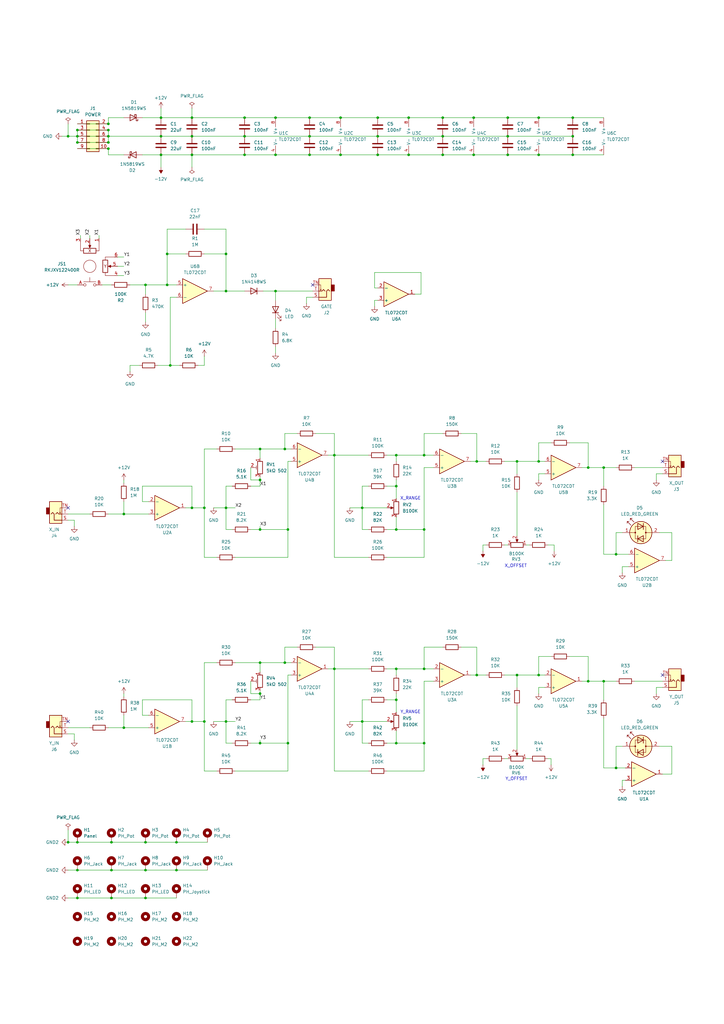
<source format=kicad_sch>
(kicad_sch (version 20250114) (generator "eeschema") (generator_version "9.0")
  (paper "A3" portrait)
  (title_block (title "Joystick") (date "2025-06-25") (rev "3.0") (company "StudioKAT") (comment 1 "CC BY-SA 4.0"))
  (text "Y_RANGE" (at 168.402 292.1 0) (effects (font (size 1.27 1.27))))
  (text "X_OFFSET" (at 211.582 232.156 0) (effects (font (size 1.27 1.27))))
  (text "X_RANGE" (at 168.402 204.47 0) (effects (font (size 1.27 1.27))))
  (text "Y_OFFSET" (at 211.836 319.532 0) (effects (font (size 1.27 1.27))))
  (junction (at 162.56 186.69))
  (junction (at 208.28 55.88))
  (junction (at 195.58 189.23))
  (junction (at 113.03 63.5))
  (junction (at 148.59 208.28))
  (junction (at 212.09 276.86))
  (junction (at 66.04 63.5))
  (junction (at 137.16 274.32))
  (junction (at 78.74 295.91))
  (junction (at 31.75 356.87))
  (junction (at 106.68 184.15))
  (junction (at 106.68 217.17))
  (junction (at 137.16 186.69))
  (junction (at 127 55.88))
  (junction (at 31.75 55.88))
  (junction (at 247.65 191.77))
  (junction (at 234.95 55.88))
  (junction (at 195.58 276.86))
  (junction (at 139.7 48.26))
  (junction (at 31.75 58.42))
  (junction (at 247.65 279.4))
  (junction (at 59.69 356.87))
  (junction (at 118.11 217.17))
  (junction (at 59.69 116.84))
  (junction (at 181.61 55.88))
  (junction (at 162.56 274.32))
  (junction (at 44.45 50.8))
  (junction (at 173.99 274.32))
  (junction (at 167.64 63.5))
  (junction (at 45.72 345.44))
  (junction (at 27.94 345.44))
  (junction (at 68.58 116.84))
  (junction (at 45.72 356.87))
  (junction (at 78.74 48.26))
  (junction (at 59.69 345.44))
  (junction (at 181.61 63.5))
  (junction (at 31.75 53.34))
  (junction (at 92.71 119.38))
  (junction (at 50.8 210.82))
  (junction (at 194.31 63.5))
  (junction (at 27.94 55.88))
  (junction (at 78.74 55.88))
  (junction (at 241.3 279.4))
  (junction (at 127 48.26))
  (junction (at 154.94 63.5))
  (junction (at 92.71 208.28))
  (junction (at 100.33 48.26))
  (junction (at 167.64 48.26))
  (junction (at 72.39 345.44))
  (junction (at 92.71 104.14))
  (junction (at 181.61 48.26))
  (junction (at 68.58 104.14))
  (junction (at 173.99 304.8))
  (junction (at 44.45 53.34))
  (junction (at 162.56 287.02))
  (junction (at 31.75 345.44))
  (junction (at 78.74 63.5))
  (junction (at 83.82 295.91))
  (junction (at 148.59 295.91))
  (junction (at 241.3 191.77))
  (junction (at 100.33 63.5))
  (junction (at 139.7 63.5))
  (junction (at 83.82 208.28))
  (junction (at 44.45 58.42))
  (junction (at 234.95 48.26))
  (junction (at 194.31 48.26))
  (junction (at 66.04 55.88))
  (junction (at 113.03 119.38))
  (junction (at 118.11 304.8))
  (junction (at 31.75 368.3))
  (junction (at 45.72 368.3))
  (junction (at 234.95 63.5))
  (junction (at 154.94 48.26))
  (junction (at 154.94 55.88))
  (junction (at 44.45 55.88))
  (junction (at 59.69 368.3))
  (junction (at 69.85 149.86))
  (junction (at 113.03 48.26))
  (junction (at 162.56 199.39))
  (junction (at 66.04 48.26))
  (junction (at 106.68 271.78))
  (junction (at 173.99 217.17))
  (junction (at 72.39 356.87))
  (junction (at 127 63.5))
  (junction (at 252.73 314.96))
  (junction (at 162.56 217.17))
  (junction (at 220.98 276.86))
  (junction (at 208.28 63.5))
  (junction (at 208.28 48.26))
  (junction (at 106.68 304.8))
  (junction (at 116.84 184.15))
  (junction (at 116.84 271.78))
  (junction (at 252.73 227.33))
  (junction (at 220.98 189.23))
  (junction (at 100.33 55.88))
  (junction (at 173.99 186.69))
  (junction (at 162.56 304.8))
  (junction (at 220.98 63.5))
  (junction (at 78.74 208.28))
  (junction (at 106.68 284.48))
  (junction (at 212.09 189.23))
  (junction (at 106.68 196.85))
  (junction (at 44.45 60.96))
  (junction (at 92.71 295.91))
  (junction (at 220.98 48.26))
  (junction (at 50.8 298.45))
  (no_connect (at 271.78 276.86))
  (no_connect (at 128.27 116.84))
  (no_connect (at 271.78 189.23))
  (no_connect (at 27.94 295.91))
  (no_connect (at 27.94 208.28))
  (wire (pts (xy 31.75 58.42) (xy 44.45 58.42)))
  (wire (pts (xy 83.82 271.78) (xy 83.82 295.91)))
  (wire (pts (xy 106.68 284.48) (xy 106.68 287.02)))
  (wire (pts (xy 50.8 198.12) (xy 50.8 196.85)))
  (wire (pts (xy 102.87 196.85) (xy 106.68 196.85)))
  (wire (pts (xy 162.56 304.8) (xy 173.99 304.8)))
  (wire (pts (xy 226.06 269.24) (xy 220.98 269.24)))
  (wire (pts (xy 78.74 295.91) (xy 76.2 295.91)))
  (wire (pts (xy 151.13 304.8) (xy 148.59 304.8)))
  (wire (pts (xy 100.33 48.26) (xy 113.03 48.26)))
  (wire (pts (xy 50.8 210.82) (xy 60.96 210.82)))
  (wire (pts (xy 220.98 196.85) (xy 220.98 194.31)))
  (wire (pts (xy 102.87 279.4) (xy 102.87 284.48)))
  (wire (pts (xy 255.27 306.07) (xy 252.73 306.07)))
  (wire (pts (xy 92.71 199.39) (xy 92.71 208.28)))
  (wire (pts (xy 212.09 276.86) (xy 220.98 276.86)))
  (wire (pts (xy 44.45 60.96) (xy 44.45 63.5)))
  (wire (pts (xy 83.82 228.6) (xy 88.9 228.6)))
  (wire (pts (xy 66.04 55.88) (xy 78.74 55.88)))
  (wire (pts (xy 241.3 279.4) (xy 247.65 279.4)))
  (wire (pts (xy 96.52 184.15) (xy 106.68 184.15)))
  (wire (pts (xy 83.82 316.23) (xy 88.9 316.23)))
  (wire (pts (xy 247.65 191.77) (xy 247.65 199.39)))
  (wire (pts (xy 137.16 177.8) (xy 137.16 186.69)))
  (wire (pts (xy 173.99 316.23) (xy 158.75 316.23)))
  (wire (pts (xy 119.38 189.23) (xy 118.11 189.23)))
  (wire (pts (xy 121.92 177.8) (xy 116.84 177.8)))
  (wire (pts (xy 68.58 93.98) (xy 68.58 104.14)))
  (wire (pts (xy 151.13 217.17) (xy 148.59 217.17)))
  (wire (pts (xy 27.94 356.87) (xy 31.75 356.87)))
  (wire (pts (xy 69.85 149.86) (xy 73.66 149.86)))
  (wire (pts (xy 247.65 191.77) (xy 252.73 191.77)))
  (wire (pts (xy 269.24 281.94) (xy 271.78 281.94)))
  (wire (pts (xy 31.75 356.87) (xy 45.72 356.87)))
  (wire (pts (xy 48.26 113.03) (xy 50.8 113.03)))
  (wire (pts (xy 92.71 287.02) (xy 92.71 295.91)))
  (wire (pts (xy 106.68 304.8) (xy 102.87 304.8)))
  (wire (pts (xy 212.09 189.23) (xy 220.98 189.23)))
  (wire (pts (xy 78.74 48.26) (xy 100.33 48.26)))
  (wire (pts (xy 106.68 271.78) (xy 106.68 275.59)))
  (wire (pts (xy 215.9 311.15) (xy 217.17 311.15)))
  (wire (pts (xy 50.8 210.82) (xy 44.45 210.82)))
  (wire (pts (xy 92.71 295.91) (xy 96.52 295.91)))
  (wire (pts (xy 173.99 228.6) (xy 158.75 228.6)))
  (wire (pts (xy 113.03 119.38) (xy 128.27 119.38)))
  (wire (pts (xy 181.61 265.43) (xy 173.99 265.43)))
  (wire (pts (xy 127 63.5) (xy 139.7 63.5)))
  (wire (pts (xy 58.42 199.39) (xy 78.74 199.39)))
  (wire (pts (xy 50.8 298.45) (xy 44.45 298.45)))
  (wire (pts (xy 137.16 316.23) (xy 137.16 274.32)))
  (wire (pts (xy 212.09 289.56) (xy 212.09 307.34)))
  (wire (pts (xy 252.73 314.96) (xy 256.54 314.96)))
  (wire (pts (xy 88.9 184.15) (xy 83.82 184.15)))
  (wire (pts (xy 102.87 284.48) (xy 106.68 284.48)))
  (wire (pts (xy 45.72 356.87) (xy 59.69 356.87)))
  (wire (pts (xy 247.65 279.4) (xy 247.65 287.02)))
  (wire (pts (xy 273.05 229.87) (xy 275.59 229.87)))
  (wire (pts (xy 66.04 63.5) (xy 66.04 68.58)))
  (wire (pts (xy 119.38 276.86) (xy 118.11 276.86)))
  (wire (pts (xy 148.59 217.17) (xy 148.59 208.28)))
  (wire (pts (xy 113.03 48.26) (xy 127 48.26)))
  (wire (pts (xy 224.79 311.15) (xy 226.06 311.15)))
  (wire (pts (xy 226.06 181.61) (xy 220.98 181.61)))
  (wire (pts (xy 60.96 293.37) (xy 58.42 293.37)))
  (wire (pts (xy 68.58 104.14) (xy 76.2 104.14)))
  (wire (pts (xy 78.74 63.5) (xy 78.74 68.58)))
  (wire (pts (xy 162.56 287.02) (xy 162.56 292.1)))
  (wire (pts (xy 44.45 63.5) (xy 50.8 63.5)))
  (wire (pts (xy 78.74 295.91) (xy 83.82 295.91)))
  (wire (pts (xy 208.28 63.5) (xy 220.98 63.5)))
  (wire (pts (xy 30.48 213.36) (xy 27.94 213.36)))
  (wire (pts (xy 95.25 199.39) (xy 92.71 199.39)))
  (wire (pts (xy 27.94 116.84) (xy 31.75 116.84)))
  (wire (pts (xy 158.75 217.17) (xy 162.56 217.17)))
  (wire (pts (xy 162.56 186.69) (xy 173.99 186.69)))
  (wire (pts (xy 137.16 265.43) (xy 137.16 274.32)))
  (wire (pts (xy 148.59 304.8) (xy 148.59 295.91)))
  (wire (pts (xy 78.74 63.5) (xy 100.33 63.5)))
  (wire (pts (xy 234.95 48.26) (xy 247.65 48.26)))
  (wire (pts (xy 148.59 199.39) (xy 148.59 208.28)))
  (wire (pts (xy 66.04 63.5) (xy 78.74 63.5)))
  (wire (pts (xy 83.82 149.86) (xy 81.28 149.86)))
  (wire (pts (xy 87.63 119.38) (xy 92.71 119.38)))
  (wire (pts (xy 44.45 48.26) (xy 50.8 48.26)))
  (wire (pts (xy 198.12 311.15) (xy 199.39 311.15)))
  (wire (pts (xy 255.27 234.95) (xy 255.27 232.41)))
  (wire (pts (xy 113.03 119.38) (xy 113.03 123.19)))
  (wire (pts (xy 172.72 111.76) (xy 172.72 120.65)))
  (wire (pts (xy 53.34 152.4) (xy 53.34 149.86)))
  (wire (pts (xy 255.27 320.04) (xy 255.27 322.58)))
  (wire (pts (xy 100.33 119.38) (xy 92.71 119.38)))
  (wire (pts (xy 92.71 217.17) (xy 92.71 208.28)))
  (wire (pts (xy 59.69 132.08) (xy 59.69 128.27)))
  (wire (pts (xy 195.58 189.23) (xy 193.04 189.23)))
  (wire (pts (xy 269.24 284.48) (xy 269.24 281.94)))
  (wire (pts (xy 92.71 208.28) (xy 96.52 208.28)))
  (wire (pts (xy 137.16 228.6) (xy 137.16 186.69)))
  (wire (pts (xy 41.91 116.84) (xy 45.72 116.84)))
  (wire (pts (xy 27.94 298.45) (xy 36.83 298.45)))
  (wire (pts (xy 87.63 295.91) (xy 92.71 295.91)))
  (wire (pts (xy 44.45 55.88) (xy 44.45 58.42)))
  (wire (pts (xy 162.56 186.69) (xy 158.75 186.69)))
  (wire (pts (xy 83.82 93.98) (xy 92.71 93.98)))
  (wire (pts (xy 177.8 191.77) (xy 173.99 191.77)))
  (wire (pts (xy 44.45 53.34) (xy 44.45 55.88)))
  (wire (pts (xy 78.74 44.45) (xy 78.74 48.26)))
  (wire (pts (xy 148.59 295.91) (xy 158.75 295.91)))
  (wire (pts (xy 215.9 223.52) (xy 217.17 223.52)))
  (wire (pts (xy 143.51 208.28) (xy 148.59 208.28)))
  (wire (pts (xy 118.11 316.23) (xy 118.11 304.8)))
  (wire (pts (xy 194.31 63.5) (xy 208.28 63.5)))
  (wire (pts (xy 220.98 281.94) (xy 223.52 281.94)))
  (wire (pts (xy 72.39 356.87) (xy 85.09 356.87)))
  (wire (pts (xy 83.82 208.28) (xy 83.82 228.6)))
  (wire (pts (xy 275.59 306.07) (xy 275.59 317.5)))
  (wire (pts (xy 118.11 228.6) (xy 118.11 217.17)))
  (wire (pts (xy 40.64 96.52) (xy 40.64 97.79)))
  (wire (pts (xy 113.03 144.78) (xy 113.03 142.24)))
  (wire (pts (xy 151.13 228.6) (xy 137.16 228.6)))
  (wire (pts (xy 153.67 123.19) (xy 153.67 125.73)))
  (wire (pts (xy 226.06 313.69) (xy 226.06 311.15)))
  (wire (pts (xy 68.58 116.84) (xy 72.39 116.84)))
  (wire (pts (xy 106.68 283.21) (xy 106.68 284.48)))
  (wire (pts (xy 106.68 271.78) (xy 116.84 271.78)))
  (wire (pts (xy 45.72 345.44) (xy 59.69 345.44)))
  (wire (pts (xy 129.54 177.8) (xy 137.16 177.8)))
  (wire (pts (xy 48.26 105.41) (xy 50.8 105.41)))
  (wire (pts (xy 195.58 189.23) (xy 199.39 189.23)))
  (wire (pts (xy 207.01 189.23) (xy 212.09 189.23)))
  (wire (pts (xy 106.68 196.85) (xy 106.68 199.39)))
  (wire (pts (xy 106.68 184.15) (xy 106.68 187.96)))
  (wire (pts (xy 31.75 345.44) (xy 45.72 345.44)))
  (wire (pts (xy 25.4 55.88) (xy 27.94 55.88)))
  (wire (pts (xy 118.11 189.23) (xy 118.11 217.17)))
  (wire (pts (xy 189.23 265.43) (xy 195.58 265.43)))
  (wire (pts (xy 173.99 274.32) (xy 177.8 274.32)))
  (wire (pts (xy 181.61 63.5) (xy 194.31 63.5)))
  (wire (pts (xy 195.58 276.86) (xy 193.04 276.86)))
  (wire (pts (xy 106.68 195.58) (xy 106.68 196.85)))
  (wire (pts (xy 30.48 300.99) (xy 27.94 300.99)))
  (wire (pts (xy 78.74 199.39) (xy 78.74 208.28)))
  (wire (pts (xy 58.42 48.26) (xy 66.04 48.26)))
  (wire (pts (xy 83.82 184.15) (xy 83.82 208.28)))
  (wire (pts (xy 173.99 186.69) (xy 177.8 186.69)))
  (wire (pts (xy 106.68 217.17) (xy 102.87 217.17)))
  (wire (pts (xy 151.13 287.02) (xy 148.59 287.02)))
  (wire (pts (xy 162.56 217.17) (xy 162.56 212.09)))
  (wire (pts (xy 260.35 279.4) (xy 271.78 279.4)))
  (wire (pts (xy 118.11 217.17) (xy 106.68 217.17)))
  (wire (pts (xy 78.74 208.28) (xy 83.82 208.28)))
  (wire (pts (xy 102.87 287.02) (xy 106.68 287.02)))
  (wire (pts (xy 148.59 208.28) (xy 158.75 208.28)))
  (wire (pts (xy 247.65 279.4) (xy 252.73 279.4)))
  (wire (pts (xy 198.12 226.06) (xy 198.12 223.52)))
  (wire (pts (xy 198.12 223.52) (xy 199.39 223.52)))
  (wire (pts (xy 220.98 194.31) (xy 223.52 194.31)))
  (wire (pts (xy 92.71 119.38) (xy 92.71 104.14)))
  (wire (pts (xy 95.25 217.17) (xy 92.71 217.17)))
  (wire (pts (xy 127 48.26) (xy 139.7 48.26)))
  (wire (pts (xy 121.92 265.43) (xy 116.84 265.43)))
  (wire (pts (xy 50.8 205.74) (xy 50.8 210.82)))
  (wire (pts (xy 247.65 227.33) (xy 247.65 207.01)))
  (wire (pts (xy 106.68 303.53) (xy 106.68 304.8)))
  (wire (pts (xy 247.65 314.96) (xy 252.73 314.96)))
  (wire (pts (xy 88.9 271.78) (xy 83.82 271.78)))
  (wire (pts (xy 241.3 279.4) (xy 238.76 279.4)))
  (wire (pts (xy 31.75 50.8) (xy 44.45 50.8)))
  (wire (pts (xy 69.85 121.92) (xy 69.85 149.86)))
  (wire (pts (xy 50.8 298.45) (xy 60.96 298.45)))
  (wire (pts (xy 125.73 124.46) (xy 125.73 121.92)))
  (wire (pts (xy 31.75 60.96) (xy 44.45 60.96)))
  (wire (pts (xy 45.72 368.3) (xy 59.69 368.3)))
  (wire (pts (xy 58.42 293.37) (xy 58.42 287.02)))
  (wire (pts (xy 139.7 63.5) (xy 154.94 63.5)))
  (wire (pts (xy 137.16 274.32) (xy 134.62 274.32)))
  (wire (pts (xy 173.99 191.77) (xy 173.99 217.17)))
  (wire (pts (xy 173.99 279.4) (xy 173.99 304.8)))
  (wire (pts (xy 116.84 184.15) (xy 119.38 184.15)))
  (wire (pts (xy 153.67 111.76) (xy 172.72 111.76)))
  (wire (pts (xy 189.23 177.8) (xy 195.58 177.8)))
  (wire (pts (xy 58.42 205.74) (xy 58.42 199.39)))
  (wire (pts (xy 96.52 228.6) (xy 118.11 228.6)))
  (wire (pts (xy 78.74 287.02) (xy 78.74 295.91)))
  (wire (pts (xy 60.96 205.74) (xy 58.42 205.74)))
  (wire (pts (xy 227.33 226.06) (xy 227.33 223.52)))
  (wire (pts (xy 58.42 63.5) (xy 66.04 63.5)))
  (wire (pts (xy 153.67 123.19) (xy 154.94 123.19)))
  (wire (pts (xy 27.94 345.44) (xy 31.75 345.44)))
  (wire (pts (xy 31.75 55.88) (xy 44.45 55.88)))
  (wire (pts (xy 212.09 276.86) (xy 212.09 281.94)))
  (wire (pts (xy 181.61 177.8) (xy 173.99 177.8)))
  (wire (pts (xy 129.54 265.43) (xy 137.16 265.43)))
  (wire (pts (xy 137.16 274.32) (xy 151.13 274.32)))
  (wire (pts (xy 95.25 287.02) (xy 92.71 287.02)))
  (wire (pts (xy 68.58 104.14) (xy 68.58 116.84)))
  (wire (pts (xy 256.54 320.04) (xy 255.27 320.04)))
  (wire (pts (xy 162.56 304.8) (xy 162.56 299.72)))
  (wire (pts (xy 162.56 217.17) (xy 173.99 217.17)))
  (wire (pts (xy 58.42 287.02) (xy 78.74 287.02)))
  (wire (pts (xy 95.25 304.8) (xy 92.71 304.8)))
  (wire (pts (xy 92.71 93.98) (xy 92.71 104.14)))
  (wire (pts (xy 195.58 265.43) (xy 195.58 276.86)))
  (wire (pts (xy 78.74 208.28) (xy 76.2 208.28)))
  (wire (pts (xy 27.94 368.3) (xy 31.75 368.3)))
  (wire (pts (xy 148.59 287.02) (xy 148.59 295.91)))
  (wire (pts (xy 139.7 48.26) (xy 154.94 48.26)))
  (wire (pts (xy 252.73 306.07) (xy 252.73 314.96)))
  (wire (pts (xy 68.58 116.84) (xy 59.69 116.84)))
  (wire (pts (xy 153.67 118.11) (xy 154.94 118.11)))
  (wire (pts (xy 30.48 215.9) (xy 30.48 213.36)))
  (wire (pts (xy 72.39 121.92) (xy 69.85 121.92)))
  (wire (pts (xy 167.64 48.26) (xy 181.61 48.26)))
  (wire (pts (xy 87.63 208.28) (xy 92.71 208.28)))
  (wire (pts (xy 173.99 217.17) (xy 173.99 228.6)))
  (wire (pts (xy 102.87 191.77) (xy 102.87 196.85)))
  (wire (pts (xy 27.94 210.82) (xy 36.83 210.82)))
  (wire (pts (xy 162.56 274.32) (xy 158.75 274.32)))
  (wire (pts (xy 92.71 104.14) (xy 83.82 104.14)))
  (wire (pts (xy 212.09 201.93) (xy 212.09 219.71)))
  (wire (pts (xy 31.75 55.88) (xy 31.75 58.42)))
  (wire (pts (xy 195.58 276.86) (xy 199.39 276.86)))
  (wire (pts (xy 36.83 96.52) (xy 36.83 97.79)))
  (wire (pts (xy 66.04 48.26) (xy 78.74 48.26)))
  (wire (pts (xy 59.69 356.87) (xy 72.39 356.87)))
  (wire (pts (xy 173.99 177.8) (xy 173.99 186.69)))
  (wire (pts (xy 83.82 146.05) (xy 83.82 149.86)))
  (wire (pts (xy 271.78 317.5) (xy 275.59 317.5)))
  (wire (pts (xy 66.04 44.45) (xy 66.04 48.26)))
  (wire (pts (xy 224.79 223.52) (xy 227.33 223.52)))
  (wire (pts (xy 207.01 276.86) (xy 212.09 276.86)))
  (wire (pts (xy 173.99 304.8) (xy 173.99 316.23)))
  (wire (pts (xy 247.65 227.33) (xy 252.73 227.33)))
  (wire (pts (xy 158.75 304.8) (xy 162.56 304.8)))
  (wire (pts (xy 275.59 218.44) (xy 275.59 229.87)))
  (wire (pts (xy 31.75 368.3) (xy 45.72 368.3)))
  (wire (pts (xy 241.3 269.24) (xy 241.3 279.4)))
  (wire (pts (xy 162.56 274.32) (xy 173.99 274.32)))
  (wire (pts (xy 173.99 265.43) (xy 173.99 274.32)))
  (wire (pts (xy 154.94 48.26) (xy 167.64 48.26)))
  (wire (pts (xy 151.13 316.23) (xy 137.16 316.23)))
  (wire (pts (xy 78.74 55.88) (xy 100.33 55.88)))
  (wire (pts (xy 72.39 345.44) (xy 85.09 345.44)))
  (wire (pts (xy 153.67 118.11) (xy 153.67 111.76)))
  (wire (pts (xy 162.56 196.85) (xy 162.56 199.39)))
  (wire (pts (xy 64.77 149.86) (xy 69.85 149.86)))
  (wire (pts (xy 234.95 63.5) (xy 247.65 63.5)))
  (wire (pts (xy 167.64 63.5) (xy 181.61 63.5)))
  (wire (pts (xy 59.69 368.3) (xy 72.39 368.3)))
  (wire (pts (xy 151.13 199.39) (xy 148.59 199.39)))
  (wire (pts (xy 260.35 191.77) (xy 271.78 191.77)))
  (wire (pts (xy 220.98 48.26) (xy 234.95 48.26)))
  (wire (pts (xy 100.33 55.88) (xy 127 55.88)))
  (wire (pts (xy 106.68 184.15) (xy 116.84 184.15)))
  (wire (pts (xy 162.56 199.39) (xy 162.56 204.47)))
  (wire (pts (xy 233.68 269.24) (xy 241.3 269.24)))
  (wire (pts (xy 59.69 345.44) (xy 72.39 345.44)))
  (wire (pts (xy 162.56 189.23) (xy 162.56 186.69)))
  (wire (pts (xy 44.45 50.8) (xy 44.45 48.26)))
  (wire (pts (xy 107.95 119.38) (xy 113.03 119.38)))
  (wire (pts (xy 270.51 218.44) (xy 275.59 218.44)))
  (wire (pts (xy 212.09 189.23) (xy 212.09 194.31)))
  (wire (pts (xy 220.98 284.48) (xy 220.98 281.94)))
  (wire (pts (xy 59.69 120.65) (xy 59.69 116.84)))
  (wire (pts (xy 27.94 340.36) (xy 27.94 345.44)))
  (wire (pts (xy 247.65 314.96) (xy 247.65 294.64)))
  (wire (pts (xy 137.16 186.69) (xy 134.62 186.69)))
  (wire (pts (xy 252.73 218.44) (xy 252.73 227.33)))
  (wire (pts (xy 162.56 276.86) (xy 162.56 274.32)))
  (wire (pts (xy 113.03 130.81) (xy 113.03 134.62)))
  (wire (pts (xy 207.01 311.15) (xy 208.28 311.15)))
  (wire (pts (xy 241.3 191.77) (xy 247.65 191.77)))
  (wire (pts (xy 208.28 48.26) (xy 220.98 48.26)))
  (wire (pts (xy 53.34 149.86) (xy 57.15 149.86)))
  (wire (pts (xy 118.11 304.8) (xy 106.68 304.8)))
  (wire (pts (xy 255.27 218.44) (xy 252.73 218.44)))
  (wire (pts (xy 208.28 55.88) (xy 234.95 55.88)))
  (wire (pts (xy 220.98 181.61) (xy 220.98 189.23)))
  (wire (pts (xy 220.98 276.86) (xy 223.52 276.86)))
  (wire (pts (xy 207.01 223.52) (xy 208.28 223.52)))
  (wire (pts (xy 44.45 55.88) (xy 66.04 55.88)))
  (wire (pts (xy 33.02 96.52) (xy 33.02 97.79)))
  (wire (pts (xy 50.8 285.75) (xy 50.8 284.48)))
  (wire (pts (xy 220.98 269.24) (xy 220.98 276.86)))
  (wire (pts (xy 96.52 316.23) (xy 118.11 316.23)))
  (wire (pts (xy 116.84 177.8) (xy 116.84 184.15)))
  (wire (pts (xy 233.68 181.61) (xy 241.3 181.61)))
  (wire (pts (xy 83.82 295.91) (xy 83.82 316.23)))
  (wire (pts (xy 48.26 109.22) (xy 50.8 109.22)))
  (wire (pts (xy 31.75 53.34) (xy 31.75 55.88)))
  (wire (pts (xy 255.27 232.41) (xy 257.81 232.41)))
  (wire (pts (xy 158.75 199.39) (xy 162.56 199.39)))
  (wire (pts (xy 106.68 215.9) (xy 106.68 217.17)))
  (wire (pts (xy 116.84 271.78) (xy 119.38 271.78)))
  (wire (pts (xy 53.34 116.84) (xy 59.69 116.84)))
  (wire (pts (xy 198.12 313.69) (xy 198.12 311.15)))
  (wire (pts (xy 27.94 50.8) (xy 27.94 55.88)))
  (wire (pts (xy 113.03 63.5) (xy 127 63.5)))
  (wire (pts (xy 76.2 93.98) (xy 68.58 93.98)))
  (wire (pts (xy 116.84 265.43) (xy 116.84 271.78)))
  (wire (pts (xy 177.8 279.4) (xy 173.99 279.4)))
  (wire (pts (xy 125.73 121.92) (xy 128.27 121.92)))
  (wire (pts (xy 194.31 48.26) (xy 208.28 48.26)))
  (wire (pts (xy 154.94 55.88) (xy 181.61 55.88)))
  (wire (pts (xy 170.18 120.65) (xy 172.72 120.65)))
  (wire (pts (xy 143.51 295.91) (xy 148.59 295.91)))
  (wire (pts (xy 137.16 186.69) (xy 151.13 186.69)))
  (wire (pts (xy 270.51 306.07) (xy 275.59 306.07)))
  (wire (pts (xy 241.3 191.77) (xy 238.76 191.77)))
  (wire (pts (xy 30.48 303.53) (xy 30.48 300.99)))
  (wire (pts (xy 92.71 304.8) (xy 92.71 295.91)))
  (wire (pts (xy 269.24 196.85) (xy 269.24 194.31)))
  (wire (pts (xy 158.75 287.02) (xy 162.56 287.02)))
  (wire (pts (xy 127 55.88) (xy 154.94 55.88)))
  (wire (pts (xy 181.61 48.26) (xy 194.31 48.26)))
  (wire (pts (xy 220.98 189.23) (xy 223.52 189.23)))
  (wire (pts (xy 118.11 276.86) (xy 118.11 304.8)))
  (wire (pts (xy 195.58 177.8) (xy 195.58 189.23)))
  (wire (pts (xy 27.94 55.88) (xy 31.75 55.88)))
  (wire (pts (xy 50.8 293.37) (xy 50.8 298.45)))
  (wire (pts (xy 252.73 227.33) (xy 257.81 227.33)))
  (wire (pts (xy 96.52 271.78) (xy 106.68 271.78)))
  (wire (pts (xy 100.33 63.5) (xy 113.03 63.5)))
  (wire (pts (xy 31.75 53.34) (xy 44.45 53.34)))
  (wire (pts (xy 162.56 284.48) (xy 162.56 287.02)))
  (wire (pts (xy 220.98 63.5) (xy 234.95 63.5)))
  (wire (pts (xy 154.94 63.5) (xy 167.64 63.5)))
  (wire (pts (xy 181.61 55.88) (xy 208.28 55.88)))
  (wire (pts (xy 102.87 199.39) (xy 106.68 199.39)))
  (wire (pts (xy 241.3 181.61) (xy 241.3 191.77)))
  (wire (pts (xy 269.24 194.31) (xy 271.78 194.31)))
  (label "X3" (at 106.68 215.9 0))
  (label "X2" (at 96.52 208.28 0))
  (label "X2" (at 36.83 96.52 90))
  (label "Y3" (at 50.8 113.03 0))
  (label "Y1" (at 106.68 287.02 0))
  (label "Y2" (at 96.52 295.91 0))
  (label "Y1" (at 50.8 105.41 0))
  (label "X1" (at 106.68 199.39 0))
  (label "X1" (at 40.64 96.52 90))
  (label "Y2" (at 50.8 109.22 0))
  (label "X3" (at 33.02 96.52 90))
  (label "Y3" (at 106.68 303.53 0))
  (symbol (lib_id "Diode:1N5819WS") (at 54.61 63.5 0) (mirror x) (unit 1)
    (property "Reference" "D2" (at 54.2925 69.85 0))
    (property "Value" "1N5819WS" (at 54.2925 67.31 0))
    (property "Footprint" "Diode_SMD:D_SOD-323" (effects (hide yes)))
    (property "Datasheet" "https://datasheet.lcsc.com/lcsc/2204281430_Guangdong-Hottech-1N5819WS_C191023.pdf" (effects (hide yes)))
    (property "Description" "40V 600mV@1A 1A SOD-323 Schottky Barrier Diodes, SOD-323" (effects (hide yes)))
    (property "LCSC" "C191023" (effects (hide yes)))
  )
  (symbol (lib_id "Amplifier_Operational:TL072") (at 231.14 191.77 0) (mirror x) (unit 2)
    (property "Reference" "U5" (at 231.14 201.93 0))
    (property "Value" "TL072CDT" (at 231.14 199.39 0))
    (property "Footprint" "Package_SO:SOIC-8_3.9x4.9mm_P1.27mm" (effects (hide yes)))
    (property "Datasheet" "http://www.ti.com/lit/ds/symlink/tl071.pdf" (effects (hide yes)))
    (property "Description" "Dual Low-Noise JFET-Input Operational Amplifiers, DIP-8/SOIC-8" (effects (hide yes)))
    (property "LCSC" "C6961" (effects (hide yes)))
  )
  (symbol (lib_id "Device:C") (at 181.61 59.69 0) (unit 1)
    (property "Reference" "C14" (at 185.42 58.4199 0) (effects (justify left)))
    (property "Value" "100nF" (at 185.42 60.9599 0) (effects (justify left)))
    (property "Footprint" "Capacitor_SMD:C_0603_1608Metric" (effects (hide yes)))
    (property "Description" "Unpolarized capacitor" (effects (hide yes)))
    (property "LCSC" "C14663" (effects (hide yes)))
  )
  (symbol (lib_id "Device:R") (at 99.06 217.17 90) (unit 1)
    (property "Reference" "R21" (at 99.06 210.82 90))
    (property "Value" "8.2K" (at 99.06 213.36 90))
    (property "Footprint" "Resistor_SMD:R_0603_1608Metric" (effects (hide yes)))
    (property "Description" "Resistor" (effects (hide yes)))
    (property "LCSC" "C25981" (effects (hide yes)))
  )
  (symbol (lib_id "Device:C") (at 127 52.07 0) (unit 1)
    (property "Reference" "C4" (at 130.81 50.7999 0) (effects (justify left)))
    (property "Value" "100nF" (at 130.81 53.3399 0) (effects (justify left)))
    (property "Footprint" "Capacitor_SMD:C_0603_1608Metric" (effects (hide yes)))
    (property "Description" "Unpolarized capacitor" (effects (hide yes)))
    (property "LCSC" "C14663" (effects (hide yes)))
  )
  (symbol (lib_id "Device:R") (at 154.94 287.02 90) (unit 1)
    (property "Reference" "R37" (at 154.94 280.67 90))
    (property "Value" "39K" (at 154.94 283.21 90))
    (property "Footprint" "Resistor_SMD:R_0603_1608Metric" (effects (hide yes)))
    (property "Description" "Resistor" (effects (hide yes)))
    (property "LCSC" "C23153" (effects (hide yes)))
  )
  (symbol (lib_name "MountingHole_Pad_1") (lib_id "Mechanical:MountingHole_Pad") (at 45.72 342.9 0) (unit 1) (in_bom no)
    (property "Reference" "H2" (at 48.26 340.3599 0) (effects (justify left)))
    (property "Value" "PH_Pot" (at 48.26 342.8999 0) (effects (justify left)))
    (property "Footprint" "kat_eurorack:PH_RV09_center" (effects (hide yes)))
    (property "Description" "Mounting Hole with connection" (effects (hide yes)))
  )
  (symbol (lib_id "Amplifier_Operational:TL072") (at 231.14 279.4 0) (mirror x) (unit 1)
    (property "Reference" "U5" (at 231.14 289.56 0))
    (property "Value" "TL072CDT" (at 231.14 287.02 0))
    (property "Footprint" "Package_SO:SOIC-8_3.9x4.9mm_P1.27mm" (effects (hide yes)))
    (property "Datasheet" "http://www.ti.com/lit/ds/symlink/tl071.pdf" (effects (hide yes)))
    (property "Description" "Dual Low-Noise JFET-Input Operational Amplifiers, DIP-8/SOIC-8" (effects (hide yes)))
    (property "LCSC" "C6961" (effects (hide yes)))
  )
  (symbol (lib_id "power:+12V") (at 50.8 284.48 0) (unit 1)
    (property "Reference" "#PWR020" (effects (hide yes)))
    (property "Value" "+12V" (at 50.8 279.4 0))
    (property "Description" "Power symbol creates a global label with name \"+12V\"" (effects (hide yes)))
  )
  (symbol (lib_id "Device:R") (at 229.87 269.24 90) (unit 1)
    (property "Reference" "R29" (at 229.87 262.89 90))
    (property "Value" "10K" (at 229.87 265.43 90))
    (property "Footprint" "Resistor_SMD:R_0603_1608Metric" (effects (hide yes)))
    (property "Description" "Resistor" (effects (hide yes)))
    (property "LCSC" "C25804" (effects (hide yes)))
  )
  (symbol (lib_id "Device:C") (at 66.04 59.69 0) (unit 1)
    (property "Reference" "C9" (at 69.85 58.4199 0) (effects (justify left)))
    (property "Value" "22uF" (at 69.85 60.9599 0) (effects (justify left)))
    (property "Footprint" "Capacitor_SMD:C_0805_2012Metric" (effects (hide yes)))
    (property "Description" "Unpolarized capacitor" (effects (hide yes)))
    (property "LCSC" "C45783" (effects (hide yes)))
  )
  (symbol (lib_id "Device:R") (at 154.94 217.17 90) (unit 1)
    (property "Reference" "R22" (at 154.94 210.82 90))
    (property "Value" "82K" (at 154.94 213.36 90))
    (property "Footprint" "Resistor_SMD:R_0603_1608Metric" (effects (hide yes)))
    (property "Description" "Resistor" (effects (hide yes)))
    (property "LCSC" "C23254" (effects (hide yes)))
  )
  (symbol (lib_id "Device:R_Potentiometer") (at 162.56 295.91 0) (mirror y) (unit 1)
    (property "Reference" "RV5" (at 165.1 294.6399 0) (effects (justify right)))
    (property "Value" "B100K" (at 165.1 297.1799 0) (effects (justify right)))
    (property "Footprint" "kat_eurorack:Potentiometer_RV09" (effects (hide yes)))
    (property "Description" "Potentiometer" (effects (hide yes)))
  )
  (symbol (lib_id "Device:C") (at 66.04 52.07 0) (unit 1)
    (property "Reference" "C1" (at 69.85 50.7999 0) (effects (justify left)))
    (property "Value" "22uF" (at 69.85 53.3399 0) (effects (justify left)))
    (property "Footprint" "Capacitor_SMD:C_0805_2012Metric" (effects (hide yes)))
    (property "Description" "Unpolarized capacitor" (effects (hide yes)))
    (property "LCSC" "C45783" (effects (hide yes)))
  )
  (symbol (lib_name "MountingHole_1") (lib_id "Mechanical:MountingHole") (at 31.75 386.08 0) (unit 1) (in_bom no)
    (property "Reference" "H19" (at 34.29 384.8099 0) (effects (justify left)))
    (property "Value" "PH_M2" (at 34.29 387.3499 0) (effects (justify left)))
    (property "Footprint" "kat_eurorack:MountingHole_2.2mm_M2" (effects (hide yes)))
    (property "Description" "Mounting Hole without connection" (effects (hide yes)))
  )
  (symbol (lib_id "Device:C") (at 234.95 59.69 0) (unit 1)
    (property "Reference" "C16" (at 238.76 58.4199 0) (effects (justify left)))
    (property "Value" "100nF" (at 238.76 60.9599 0) (effects (justify left)))
    (property "Footprint" "Capacitor_SMD:C_0603_1608Metric" (effects (hide yes)))
    (property "Description" "Unpolarized capacitor" (effects (hide yes)))
    (property "LCSC" "C14663" (effects (hide yes)))
  )
  (symbol (lib_id "Device:R") (at 203.2 311.15 90) (unit 1)
    (property "Reference" "R43" (at 203.2 304.8 90))
    (property "Value" "1K" (at 203.2 307.34 90))
    (property "Footprint" "Resistor_SMD:R_0603_1608Metric" (effects (hide yes)))
    (property "Description" "Resistor" (effects (hide yes)))
    (property "LCSC" "C21190" (effects (hide yes)))
  )
  (symbol (lib_id "power:+12V") (at 66.04 44.45 0) (unit 1)
    (property "Reference" "#PWR01" (effects (hide yes)))
    (property "Value" "+12V" (at 63.246 40.132 0) (effects (justify left)))
    (property "Description" "Power symbol creates a global label with name \"+12V\"" (effects (hide yes)))
  )
  (symbol (lib_id "power:GND") (at 113.03 144.78 0) (unit 1)
    (property "Reference" "#PWR08" (effects (hide yes)))
    (property "Value" "GND" (at 113.03 149.86 0))
    (property "Description" "Power symbol creates a global label with name \"GND\" , ground" (effects (hide yes)))
  )
  (symbol (lib_id "Device:C") (at 208.28 59.69 0) (unit 1)
    (property "Reference" "C15" (at 212.09 58.4199 0) (effects (justify left)))
    (property "Value" "100nF" (at 212.09 60.9599 0) (effects (justify left)))
    (property "Footprint" "Capacitor_SMD:C_0603_1608Metric" (effects (hide yes)))
    (property "Description" "Unpolarized capacitor" (effects (hide yes)))
    (property "LCSC" "C14663" (effects (hide yes)))
  )
  (symbol (lib_id "Device:R") (at 40.64 210.82 90) (unit 1)
    (property "Reference" "R20" (at 40.64 204.47 90))
    (property "Value" "10K" (at 40.64 207.01 90))
    (property "Footprint" "Resistor_SMD:R_0603_1608Metric" (effects (hide yes)))
    (property "Description" "Resistor" (effects (hide yes)))
    (property "LCSC" "C25804" (effects (hide yes)))
  )
  (symbol (lib_id "Device:R_Potentiometer") (at 212.09 223.52 270) (mirror x) (unit 1)
    (property "Reference" "RV3" (at 213.614 229.362 90) (effects (justify right)))
    (property "Value" "B100K" (at 215.138 227.076 90) (effects (justify right)))
    (property "Footprint" "kat_eurorack:Potentiometer_RV09" (effects (hide yes)))
    (property "Description" "Potentiometer" (effects (hide yes)))
  )
  (symbol (lib_id "Device:R") (at 99.06 304.8 90) (unit 1)
    (property "Reference" "R41" (at 99.06 298.45 90))
    (property "Value" "8.2K" (at 99.06 300.99 90))
    (property "Footprint" "Resistor_SMD:R_0603_1608Metric" (effects (hide yes)))
    (property "Description" "Resistor" (effects (hide yes)))
    (property "LCSC" "C25981" (effects (hide yes)))
  )
  (symbol (lib_id "power:GND") (at 255.27 322.58 0) (mirror y) (unit 1)
    (property "Reference" "#PWR028" (effects (hide yes)))
    (property "Value" "GND" (at 255.27 327.66 0))
    (property "Description" "Power symbol creates a global label with name \"GND\" , ground" (effects (hide yes)))
  )
  (symbol (lib_name "MountingHole_Pad_1") (lib_id "Mechanical:MountingHole_Pad") (at 59.69 365.76 0) (unit 1) (in_bom no)
    (property "Reference" "H13" (at 62.23 363.2199 0) (effects (justify left)))
    (property "Value" "PH_LED" (at 62.23 365.7599 0) (effects (justify left)))
    (property "Footprint" "kat_eurorack:PH_LED_3.0mm_Pad" (effects (hide yes)))
    (property "Description" "Mounting Hole with connection" (effects (hide yes)))
  )
  (symbol (lib_id "Device:R") (at 60.96 149.86 90) (unit 1)
    (property "Reference" "R5" (at 60.96 143.51 90))
    (property "Value" "4.7K" (at 60.96 146.05 90))
    (property "Footprint" "Resistor_SMD:R_0603_1608Metric" (effects (hide yes)))
    (property "Description" "Resistor" (effects (hide yes)))
    (property "LCSC" "C23162" (effects (hide yes)))
  )
  (symbol (lib_name "MountingHole_1") (lib_id "Mechanical:MountingHole") (at 45.72 386.08 0) (unit 1) (in_bom no)
    (property "Reference" "H20" (at 48.26 384.8099 0) (effects (justify left)))
    (property "Value" "PH_M2" (at 48.26 387.3499 0) (effects (justify left)))
    (property "Footprint" "kat_eurorack:MountingHole_2.2mm_M2" (effects (hide yes)))
    (property "Description" "Mounting Hole without connection" (effects (hide yes)))
  )
  (symbol (lib_name "MountingHole_1") (lib_id "Mechanical:MountingHole") (at 59.69 375.92 0) (unit 1) (in_bom no)
    (property "Reference" "H17" (at 62.23 374.6499 0) (effects (justify left)))
    (property "Value" "PH_M2" (at 62.23 377.1899 0) (effects (justify left)))
    (property "Footprint" "kat_eurorack:MountingHole_2.2mm_M2" (effects (hide yes)))
    (property "Description" "Mounting Hole without connection" (effects (hide yes)))
  )
  (symbol (lib_id "Device:C") (at 80.01 93.98 90) (unit 1)
    (property "Reference" "C17" (at 80.01 86.36 90))
    (property "Value" "22nF" (at 80.01 88.9 90))
    (property "Footprint" "Capacitor_SMD:C_0603_1608Metric" (effects (hide yes)))
    (property "Description" "Unpolarized capacitor" (effects (hide yes)))
    (property "LCSC" "C21122" (effects (hide yes)))
  )
  (symbol (lib_id "power:GND") (at 220.98 196.85 0) (mirror y) (unit 1)
    (property "Reference" "#PWR012" (effects (hide yes)))
    (property "Value" "GND" (at 220.98 201.93 0))
    (property "Description" "Power symbol creates a global label with name \"GND\" , ground" (effects (hide yes)))
  )
  (symbol (lib_id "Device:R") (at 50.8 289.56 0) (unit 1)
    (property "Reference" "R38" (at 53.34 288.2899 0) (effects (justify left)))
    (property "Value" "1M" (at 53.34 290.8299 0) (effects (justify left)))
    (property "Footprint" "Resistor_SMD:R_0603_1608Metric" (effects (hide yes)))
    (property "Description" "Resistor" (effects (hide yes)))
    (property "LCSC" "C22935" (effects (hide yes)))
  )
  (symbol (lib_id "power:GND") (at 220.98 284.48 0) (mirror y) (unit 1)
    (property "Reference" "#PWR021" (effects (hide yes)))
    (property "Value" "GND" (at 220.98 289.56 0))
    (property "Description" "Power symbol creates a global label with name \"GND\" , ground" (effects (hide yes)))
  )
  (symbol (lib_name "MountingHole_Pad_1") (lib_id "Mechanical:MountingHole_Pad") (at 31.75 365.76 0) (unit 1) (in_bom no)
    (property "Reference" "H11" (at 34.29 363.2199 0) (effects (justify left)))
    (property "Value" "PH_LED" (at 34.29 365.7599 0) (effects (justify left)))
    (property "Footprint" "kat_eurorack:PH_LED_3.0mm_Pad" (effects (hide yes)))
    (property "Description" "Mounting Hole with connection" (effects (hide yes)))
  )
  (symbol (lib_id "Device:R") (at 113.03 138.43 0) (unit 1)
    (property "Reference" "R4" (at 115.57 137.1599 0) (effects (justify left)))
    (property "Value" "6.8K" (at 115.57 139.6999 0) (effects (justify left)))
    (property "Footprint" "Resistor_SMD:R_0603_1608Metric" (effects (hide yes)))
    (property "Description" "Resistor" (effects (hide yes)))
    (property "LCSC" "C23212" (effects (hide yes)))
  )
  (symbol (lib_id "Device:C") (at 154.94 59.69 0) (unit 1)
    (property "Reference" "C13" (at 158.75 58.4199 0) (effects (justify left)))
    (property "Value" "100nF" (at 158.75 60.9599 0) (effects (justify left)))
    (property "Footprint" "Capacitor_SMD:C_0603_1608Metric" (effects (hide yes)))
    (property "Description" "Unpolarized capacitor" (effects (hide yes)))
    (property "LCSC" "C14663" (effects (hide yes)))
  )
  (symbol (lib_id "Device:R") (at 220.98 311.15 90) (unit 1)
    (property "Reference" "R44" (at 220.98 304.8 90))
    (property "Value" "1K" (at 220.98 307.34 90))
    (property "Footprint" "Resistor_SMD:R_0603_1608Metric" (effects (hide yes)))
    (property "Description" "Resistor" (effects (hide yes)))
    (property "LCSC" "C21190" (effects (hide yes)))
  )
  (symbol (lib_name "MountingHole_Pad_1") (lib_id "Mechanical:MountingHole_Pad") (at 72.39 365.76 0) (unit 1) (in_bom no)
    (property "Reference" "H14" (at 74.93 363.2199 0) (effects (justify left)))
    (property "Value" "PH_Joystick" (at 74.93 365.7599 0) (effects (justify left)))
    (property "Footprint" "kat_eurorack:PH_Joystick" (effects (hide yes)))
    (property "Description" "Mounting Hole with connection" (effects (hide yes)))
  )
  (symbol (lib_id "Device:R") (at 154.94 186.69 90) (unit 1)
    (property "Reference" "R11" (at 154.94 180.34 90))
    (property "Value" "100K" (at 154.94 182.88 90))
    (property "Footprint" "Resistor_SMD:R_0603_1608Metric" (effects (hide yes)))
    (property "Description" "Resistor" (effects (hide yes)))
    (property "LCSC" "C25803" (effects (hide yes)))
  )
  (symbol (lib_id "Device:R") (at 154.94 199.39 90) (unit 1)
    (property "Reference" "R17" (at 154.94 193.04 90))
    (property "Value" "39K" (at 154.94 195.58 90))
    (property "Footprint" "Resistor_SMD:R_0603_1608Metric" (effects (hide yes)))
    (property "Description" "Resistor" (effects (hide yes)))
    (property "LCSC" "C23153" (effects (hide yes)))
  )
  (symbol (lib_id "Amplifier_Operational:TL072") (at 68.58 295.91 0) (mirror x) (unit 2)
    (property "Reference" "U1" (at 68.58 306.07 0))
    (property "Value" "TL072CDT" (at 68.58 303.53 0))
    (property "Footprint" "Package_SO:SOIC-8_3.9x4.9mm_P1.27mm" (effects (hide yes)))
    (property "Datasheet" "http://www.ti.com/lit/ds/symlink/tl071.pdf" (effects (hide yes)))
    (property "Description" "Dual Low-Noise JFET-Input Operational Amplifiers, DIP-8/SOIC-8" (effects (hide yes)))
    (property "LCSC" "C6961" (effects (hide yes)))
  )
  (symbol (lib_name "MountingHole_Pad_1") (lib_id "Mechanical:MountingHole_Pad") (at 72.39 354.33 0) (unit 1) (in_bom no)
    (property "Reference" "H9" (at 74.93 351.7899 0) (effects (justify left)))
    (property "Value" "PH_Jack" (at 74.93 354.3299 0) (effects (justify left)))
    (property "Footprint" "kat_eurorack:PH_AudioJack_3.5mm_Pad" (effects (hide yes)))
    (property "Description" "Mounting Hole with connection" (effects (hide yes)))
  )
  (symbol (lib_id "Device:R") (at 92.71 316.23 90) (unit 1)
    (property "Reference" "R45" (at 92.71 309.88 90))
    (property "Value" "10K" (at 92.71 312.42 90))
    (property "Footprint" "Resistor_SMD:R_0603_1608Metric" (effects (hide yes)))
    (property "Description" "Resistor" (effects (hide yes)))
    (property "LCSC" "C25804" (effects (hide yes)))
  )
  (symbol (lib_id "Device:C") (at 234.95 52.07 0) (unit 1)
    (property "Reference" "C8" (at 238.76 50.7999 0) (effects (justify left)))
    (property "Value" "100nF" (at 238.76 53.3399 0) (effects (justify left)))
    (property "Footprint" "Capacitor_SMD:C_0603_1608Metric" (effects (hide yes)))
    (property "Description" "Unpolarized capacitor" (effects (hide yes)))
    (property "LCSC" "C14663" (effects (hide yes)))
  )
  (symbol (lib_id "Device:R") (at 77.47 149.86 90) (unit 1)
    (property "Reference" "R6" (at 77.47 143.51 90))
    (property "Value" "10K" (at 77.47 146.05 90))
    (property "Footprint" "Resistor_SMD:R_0603_1608Metric" (effects (hide yes)))
    (property "Description" "Resistor" (effects (hide yes)))
    (property "LCSC" "C25804" (effects (hide yes)))
  )
  (symbol (lib_id "power:-12V") (at 198.12 313.69 0) (mirror x) (unit 1)
    (property "Reference" "#PWR026" (effects (hide yes)))
    (property "Value" "-12V" (at 198.12 318.77 0))
    (property "Description" "Power symbol creates a global label with name \"-12V\"" (effects (hide yes)))
  )
  (symbol (lib_id "Device:R") (at 162.56 193.04 0) (unit 1)
    (property "Reference" "R14" (at 165.1 191.7699 0) (effects (justify left)))
    (property "Value" "22K" (at 165.1 194.3099 0) (effects (justify left)))
    (property "Footprint" "Resistor_SMD:R_0603_1608Metric" (effects (hide yes)))
    (property "Description" "Resistor" (effects (hide yes)))
    (property "LCSC" "C31850" (effects (hide yes)))
  )
  (symbol (lib_id "power:GND") (at 153.67 125.73 0) (unit 1)
    (property "Reference" "#PWR06" (effects (hide yes)))
    (property "Value" "GND" (at 153.67 130.81 0))
    (property "Description" "Power symbol creates a global label with name \"GND\" , ground" (effects (hide yes)))
  )
  (symbol (lib_id "Device:C") (at 100.33 59.69 0) (unit 1)
    (property "Reference" "C11" (at 104.14 58.4199 0) (effects (justify left)))
    (property "Value" "100nF" (at 104.14 60.9599 0) (effects (justify left)))
    (property "Footprint" "Capacitor_SMD:C_0603_1608Metric" (effects (hide yes)))
    (property "Description" "Unpolarized capacitor" (effects (hide yes)))
    (property "LCSC" "C14663" (effects (hide yes)))
  )
  (symbol (lib_id "Connector_Audio:AudioJack2_SwitchT") (at 22.86 298.45 0) (mirror x) (unit 1)
    (property "Reference" "J6" (at 22.225 307.34 0))
    (property "Value" "Y_IN" (at 22.225 304.8 0))
    (property "Footprint" "kat_eurorack:AudioJack_PJ301M-12" (effects (hide yes)))
    (property "Description" "Audio Jack, 2 Poles (Mono / TS), Switched T Pole (Normalling)" (effects (hide yes)))
  )
  (symbol (lib_name "MountingHole_Pad_1") (lib_id "Mechanical:MountingHole_Pad") (at 31.75 342.9 0) (unit 1) (in_bom no)
    (property "Reference" "H1" (at 34.29 340.3599 0) (effects (justify left)))
    (property "Value" "Panel" (at 34.29 342.8999 0) (effects (justify left)))
    (property "Footprint" "kat_eurorack:Panel_6HP" (effects (hide yes)))
    (property "Description" "Mounting Hole with connection" (effects (hide yes)))
  )
  (symbol (lib_name "MountingHole_Pad_1") (lib_id "Mechanical:MountingHole_Pad") (at 31.75 354.33 0) (unit 1) (in_bom no)
    (property "Reference" "H6" (at 34.29 351.7899 0) (effects (justify left)))
    (property "Value" "PH_Jack" (at 34.29 354.3299 0) (effects (justify left)))
    (property "Footprint" "kat_eurorack:PH_AudioJack_3.5mm_Pad" (effects (hide yes)))
    (property "Description" "Mounting Hole with connection" (effects (hide yes)))
  )
  (symbol (lib_id "Amplifier_Operational:TL072") (at 265.43 229.87 0) (mirror x) (unit 2)
    (property "Reference" "U2" (at 265.43 240.03 0))
    (property "Value" "TL072CDT" (at 265.43 237.49 0))
    (property "Footprint" "Package_SO:SOIC-8_3.9x4.9mm_P1.27mm" (effects (hide yes)))
    (property "Datasheet" "http://www.ti.com/lit/ds/symlink/tl071.pdf" (effects (hide yes)))
    (property "Description" "Dual Low-Noise JFET-Input Operational Amplifiers, DIP-8/SOIC-8" (effects (hide yes)))
    (property "LCSC" "C6961" (effects (hide yes)))
  )
  (symbol (lib_id "Amplifier_Operational:TL072") (at 127 274.32 0) (mirror x) (unit 1)
    (property "Reference" "U4" (at 127 284.48 0))
    (property "Value" "TL072CDT" (at 127 281.94 0))
    (property "Footprint" "Package_SO:SOIC-8_3.9x4.9mm_P1.27mm" (effects (hide yes)))
    (property "Datasheet" "http://www.ti.com/lit/ds/symlink/tl071.pdf" (effects (hide yes)))
    (property "Description" "Dual Low-Noise JFET-Input Operational Amplifiers, DIP-8/SOIC-8" (effects (hide yes)))
    (property "LCSC" "C6961" (effects (hide yes)))
  )
  (symbol (lib_id "power:-12V") (at 198.12 226.06 0) (mirror x) (unit 1)
    (property "Reference" "#PWR017" (effects (hide yes)))
    (property "Value" "-12V" (at 198.12 231.14 0))
    (property "Description" "Power symbol creates a global label with name \"-12V\"" (effects (hide yes)))
  )
  (symbol (lib_id "Device:R_Potentiometer_Trim") (at 106.68 279.4 0) (mirror y) (unit 1)
    (property "Reference" "RV4" (at 109.22 278.1299 0) (effects (justify right)))
    (property "Value" "5kΩ 502" (at 109.22 280.6699 0) (effects (justify right)))
    (property "Footprint" "Potentiometer_THT:Potentiometer_Bourns_3296W_Vertical" (effects (hide yes)))
    (property "Description" "Trim-potentiometer" (effects (hide yes)))
  )
  (symbol (lib_id "power:+12V") (at 227.33 226.06 0) (mirror x) (unit 1)
    (property "Reference" "#PWR018" (effects (hide yes)))
    (property "Value" "+12V" (at 227.33 231.14 0))
    (property "Description" "Power symbol creates a global label with name \"+12V\"" (effects (hide yes)))
  )
  (symbol (lib_id "Device:C") (at 78.74 59.69 0) (unit 1)
    (property "Reference" "C10" (at 82.55 58.4199 0) (effects (justify left)))
    (property "Value" "100nF" (at 82.55 60.9599 0) (effects (justify left)))
    (property "Footprint" "Capacitor_SMD:C_0603_1608Metric" (effects (hide yes)))
    (property "Description" "Unpolarized capacitor" (effects (hide yes)))
    (property "LCSC" "C14663" (effects (hide yes)))
  )
  (symbol (lib_id "Device:LED_Dual_Bidirectional") (at 262.89 218.44 0) (mirror y) (unit 1)
    (property "Reference" "D5" (at 262.3947 208.28 0))
    (property "Value" "LED_RED_GREEN" (at 262.3947 210.82 0))
    (property "Footprint" "LED_THT:LED_D3.0mm" (effects (hide yes)))
    (property "Description" "Dual LED, bidirectional" (effects (hide yes)))
  )
  (symbol (lib_name "MountingHole_Pad_1") (lib_id "Mechanical:MountingHole_Pad") (at 45.72 365.76 0) (unit 1) (in_bom no)
    (property "Reference" "H12" (at 48.26 363.2199 0) (effects (justify left)))
    (property "Value" "PH_LED" (at 48.26 365.7599 0) (effects (justify left)))
    (property "Footprint" "kat_eurorack:PH_LED_3.0mm_Pad" (effects (hide yes)))
    (property "Description" "Mounting Hole with connection" (effects (hide yes)))
  )
  (symbol (lib_id "Device:R") (at 40.64 298.45 90) (unit 1)
    (property "Reference" "R40" (at 40.64 292.1 90))
    (property "Value" "10K" (at 40.64 294.64 90))
    (property "Footprint" "Resistor_SMD:R_0603_1608Metric" (effects (hide yes)))
    (property "Description" "Resistor" (effects (hide yes)))
    (property "LCSC" "C25804" (effects (hide yes)))
  )
  (symbol (lib_id "Device:R") (at 256.54 279.4 90) (unit 1)
    (property "Reference" "R33" (at 256.54 273.05 90))
    (property "Value" "1K" (at 256.54 275.59 90))
    (property "Footprint" "Resistor_SMD:R_0603_1608Metric" (effects (hide yes)))
    (property "Description" "Resistor" (effects (hide yes)))
    (property "LCSC" "C21190" (effects (hide yes)))
  )
  (symbol (lib_id "power:+12V") (at 27.94 116.84 90) (unit 1)
    (property "Reference" "#PWR04" (effects (hide yes)))
    (property "Value" "+12V" (at 24.13 116.8399 90) (effects (justify left)))
    (property "Description" "Power symbol creates a global label with name \"+12V\"" (effects (hide yes)))
  )
  (symbol (lib_id "Connector_Audio:AudioJack2_SwitchT") (at 276.86 191.77 180) (unit 1)
    (property "Reference" "J3" (at 277.495 200.66 0))
    (property "Value" "X_OUT" (at 277.495 198.12 0))
    (property "Footprint" "kat_eurorack:AudioJack_PJ301M-12" (effects (hide yes)))
    (property "Description" "Audio Jack, 2 Poles (Mono / TS), Switched T Pole (Normalling)" (effects (hide yes)))
  )
  (symbol (lib_id "kat_eurorack:RKJXV122400R") (at 36.83 109.22 0) (unit 1)
    (property "Reference" "JS1" (at 25.4 108.204 0))
    (property "Value" "RKJXV122400R" (at 25.4 110.744 0))
    (property "Footprint" "kat_eurorack:Joystick_RKJXV122400R" (effects (hide yes)))
    (property "Description" "Joystick" (effects (hide yes)))
  )
  (symbol (lib_id "power:GND") (at 87.63 295.91 0) (mirror y) (unit 1)
    (property "Reference" "#PWR023" (effects (hide yes)))
    (property "Value" "GND" (at 87.63 300.99 0))
    (property "Description" "Power symbol creates a global label with name \"GND\" , ground" (effects (hide yes)))
  )
  (symbol (lib_id "Device:R") (at 247.65 290.83 0) (mirror y) (unit 1)
    (property "Reference" "R39" (at 245.11 289.5599 0) (effects (justify left)))
    (property "Value" "3.3K" (at 245.11 292.0999 0) (effects (justify left)))
    (property "Footprint" "Resistor_SMD:R_0603_1608Metric" (effects (hide yes)))
    (property "Description" "Resistor" (effects (hide yes)))
    (property "LCSC" "C22978" (effects (hide yes)))
  )
  (symbol (lib_id "Connector_Audio:AudioJack2_SwitchT") (at 22.86 210.82 0) (mirror x) (unit 1)
    (property "Reference" "J4" (at 22.225 219.71 0))
    (property "Value" "X_IN" (at 22.225 217.17 0))
    (property "Footprint" "kat_eurorack:AudioJack_PJ301M-12" (effects (hide yes)))
    (property "Description" "Audio Jack, 2 Poles (Mono / TS), Switched T Pole (Normalling)" (effects (hide yes)))
  )
  (symbol (lib_id "Device:C") (at 208.28 52.07 0) (unit 1)
    (property "Reference" "C7" (at 212.09 50.7999 0) (effects (justify left)))
    (property "Value" "100nF" (at 212.09 53.3399 0) (effects (justify left)))
    (property "Footprint" "Capacitor_SMD:C_0603_1608Metric" (effects (hide yes)))
    (property "Description" "Unpolarized capacitor" (effects (hide yes)))
    (property "LCSC" "C14663" (effects (hide yes)))
  )
  (symbol (lib_id "Amplifier_Operational:TL072") (at 80.01 119.38 0) (unit 2)
    (property "Reference" "U6" (at 80.01 109.22 0))
    (property "Value" "TL072CDT" (at 80.01 111.76 0))
    (property "Footprint" "Package_SO:SOIC-8_3.9x4.9mm_P1.27mm" (effects (hide yes)))
    (property "Datasheet" "http://www.ti.com/lit/ds/symlink/tl071.pdf" (effects (hide yes)))
    (property "Description" "Dual Low-Noise JFET-Input Operational Amplifiers, DIP-8/SOIC-8" (effects (hide yes)))
    (property "LCSC" "C6961" (effects (hide yes)))
  )
  (symbol (lib_id "Connector_Audio:AudioJack2_SwitchT") (at 133.35 119.38 180) (unit 1)
    (property "Reference" "J2" (at 133.985 128.27 0))
    (property "Value" "GATE" (at 133.985 125.73 0))
    (property "Footprint" "kat_eurorack:AudioJack_PJ301M-12" (effects (hide yes)))
    (property "Description" "Audio Jack, 2 Poles (Mono / TS), Switched T Pole (Normalling)" (effects (hide yes)))
  )
  (symbol (lib_id "Amplifier_Operational:TL072") (at 264.16 317.5 0) (mirror x) (unit 1)
    (property "Reference" "U1" (at 264.16 327.66 0))
    (property "Value" "TL072CDT" (at 264.16 325.12 0))
    (property "Footprint" "Package_SO:SOIC-8_3.9x4.9mm_P1.27mm" (effects (hide yes)))
    (property "Datasheet" "http://www.ti.com/lit/ds/symlink/tl071.pdf" (effects (hide yes)))
    (property "Description" "Dual Low-Noise JFET-Input Operational Amplifiers, DIP-8/SOIC-8" (effects (hide yes)))
    (property "LCSC" "C6961" (effects (hide yes)))
  )
  (symbol (lib_id "power:GND") (at 30.48 303.53 0) (mirror y) (unit 1)
    (property "Reference" "#PWR025" (effects (hide yes)))
    (property "Value" "GND" (at 30.48 308.61 0))
    (property "Description" "Power symbol creates a global label with name \"GND\" , ground" (effects (hide yes)))
  )
  (symbol (lib_id "Amplifier_Operational:TL072") (at 196.85 55.88 0) (unit 3)
    (property "Reference" "U4" (at 195.58 54.6099 0) (effects (justify left)))
    (property "Value" "TL072CDT" (at 195.58 57.1499 0) (effects (justify left)))
    (property "Footprint" "Package_SO:SOIC-8_3.9x4.9mm_P1.27mm" (effects (hide yes)))
    (property "Datasheet" "http://www.ti.com/lit/ds/symlink/tl071.pdf" (effects (hide yes)))
    (property "Description" "Dual Low-Noise JFET-Input Operational Amplifiers, DIP-8/SOIC-8" (effects (hide yes)))
    (property "LCSC" "C6961" (effects (hide yes)))
  )
  (symbol (lib_id "Device:R") (at 185.42 265.43 90) (unit 1)
    (property "Reference" "R28" (at 185.42 259.08 90))
    (property "Value" "150K" (at 185.42 261.62 90))
    (property "Footprint" "Resistor_SMD:R_0603_1608Metric" (effects (hide yes)))
    (property "Description" "Resistor" (effects (hide yes)))
    (property "LCSC" "C22807" (effects (hide yes)))
  )
  (symbol (lib_id "Diode:1N4148WS") (at 104.14 119.38 0) (mirror y) (unit 1)
    (property "Reference" "D3" (at 104.14 113.03 0))
    (property "Value" "1N4148WS" (at 104.14 115.57 0))
    (property "Footprint" "Diode_SMD:D_SOD-323" (effects (hide yes)))
    (property "Datasheet" "https://www.vishay.com/docs/85751/1n4148ws.pdf" (effects (hide yes)))
    (property "Description" "75V 0.15A Fast switching Diode, SOD-323" (effects (hide yes)))
    (property "Sim.Device" "D" (effects (hide yes)))
    (property "Sim.Pins" "1=K 2=A" (effects (hide yes)))
    (property "LCSC" "C2128" (effects (hide yes)))
  )
  (symbol (lib_id "Diode:1N5819WS") (at 54.61 48.26 180) (unit 1)
    (property "Reference" "D1" (at 54.9275 41.91 0))
    (property "Value" "1N5819WS" (at 54.9275 44.45 0))
    (property "Footprint" "Diode_SMD:D_SOD-323" (effects (hide yes)))
    (property "Datasheet" "https://datasheet.lcsc.com/lcsc/2204281430_Guangdong-Hottech-1N5819WS_C191023.pdf" (effects (hide yes)))
    (property "Description" "40V 600mV@1A 1A SOD-323 Schottky Barrier Diodes, SOD-323" (effects (hide yes)))
    (property "LCSC" "C191023" (effects (hide yes)))
  )
  (symbol (lib_name "MountingHole_Pad_1") (lib_id "Mechanical:MountingHole_Pad") (at 72.39 342.9 0) (unit 1) (in_bom no)
    (property "Reference" "H4" (at 74.93 340.3599 0) (effects (justify left)))
    (property "Value" "PH_Pot" (at 74.93 342.8999 0) (effects (justify left)))
    (property "Footprint" "kat_eurorack:PH_RV09_center" (effects (hide yes)))
    (property "Description" "Mounting Hole with connection" (effects (hide yes)))
  )
  (symbol (lib_name "MountingHole_Pad_1") (lib_id "Mechanical:MountingHole_Pad") (at 59.69 354.33 0) (unit 1) (in_bom no)
    (property "Reference" "H8" (at 62.23 351.7899 0) (effects (justify left)))
    (property "Value" "PH_Jack" (at 62.23 354.3299 0) (effects (justify left)))
    (property "Footprint" "kat_eurorack:PH_AudioJack_3.5mm_Pad" (effects (hide yes)))
    (property "Description" "Mounting Hole with connection" (effects (hide yes)))
  )
  (symbol (lib_id "power:GND") (at 25.4 55.88 270) (mirror x) (unit 1)
    (property "Reference" "#PWR02" (effects (hide yes)))
    (property "Value" "GND" (at 21.59 55.8799 90) (effects (justify right)))
    (property "Description" "Power symbol creates a global label with name \"GND\" , ground" (effects (hide yes)))
  )
  (symbol (lib_id "power:PWR_FLAG") (at 78.74 68.58 0) (mirror x) (unit 1)
    (property "Reference" "#FLG03" (effects (hide yes)))
    (property "Value" "PWR_FLAG" (at 78.74 73.66 0))
    (property "Description" "Special symbol for telling ERC where power comes from" (effects (hide yes)))
  )
  (symbol (lib_id "power:GND") (at 59.69 132.08 0) (unit 1)
    (property "Reference" "#PWR07" (effects (hide yes)))
    (property "Value" "GND" (at 59.69 137.16 0))
    (property "Description" "Power symbol creates a global label with name \"GND\" , ground" (effects (hide yes)))
  )
  (symbol (lib_id "power:+12V") (at 50.8 196.85 0) (unit 1)
    (property "Reference" "#PWR011" (effects (hide yes)))
    (property "Value" "+12V" (at 50.8 191.77 0))
    (property "Description" "Power symbol creates a global label with name \"+12V\"" (effects (hide yes)))
  )
  (symbol (lib_id "Amplifier_Operational:TL072") (at 127 186.69 0) (mirror x) (unit 2)
    (property "Reference" "U4" (at 127 196.85 0))
    (property "Value" "TL072CDT" (at 127 194.31 0))
    (property "Footprint" "Package_SO:SOIC-8_3.9x4.9mm_P1.27mm" (effects (hide yes)))
    (property "Datasheet" "http://www.ti.com/lit/ds/symlink/tl071.pdf" (effects (hide yes)))
    (property "Description" "Dual Low-Noise JFET-Input Operational Amplifiers, DIP-8/SOIC-8" (effects (hide yes)))
    (property "LCSC" "C6961" (effects (hide yes)))
  )
  (symbol (lib_id "Device:R_Potentiometer") (at 212.09 311.15 270) (mirror x) (unit 1)
    (property "Reference" "RV6" (at 213.614 316.992 90) (effects (justify right)))
    (property "Value" "B100K" (at 215.138 314.706 90) (effects (justify right)))
    (property "Footprint" "kat_eurorack:Potentiometer_RV09" (effects (hide yes)))
    (property "Description" "Potentiometer" (effects (hide yes)))
  )
  (symbol (lib_id "Connector_Generic:Conn_02x05_Odd_Even") (at 36.83 55.88 0) (unit 1)
    (property "Reference" "J1" (at 38.1 44.45 0))
    (property "Value" "POWER" (at 38.1 46.99 0))
    (property "Footprint" "kat_eurorack:BoxHeader_2x05_2.54mm_Europower" (effects (hide yes)))
    (property "Description" "Generic connector, double row, 02x05, odd/even pin numbering scheme (row 1 odd numbers, row 2 even numbers), script generated (kicad-library-utils/schlib/autogen/connector/)" (effects (hide yes)))
  )
  (symbol (lib_id "Device:R") (at 185.42 177.8 90) (unit 1)
    (property "Reference" "R8" (at 185.42 171.45 90))
    (property "Value" "150K" (at 185.42 173.99 90))
    (property "Footprint" "Resistor_SMD:R_0603_1608Metric" (effects (hide yes)))
    (property "Description" "Resistor" (effects (hide yes)))
    (property "LCSC" "C22807" (effects (hide yes)))
  )
  (symbol (lib_id "Device:R") (at 203.2 223.52 90) (unit 1)
    (property "Reference" "R23" (at 203.2 217.17 90))
    (property "Value" "1K" (at 203.2 219.71 90))
    (property "Footprint" "Resistor_SMD:R_0603_1608Metric" (effects (hide yes)))
    (property "Description" "Resistor" (effects (hide yes)))
    (property "LCSC" "C21190" (effects (hide yes)))
  )
  (symbol (lib_id "power:PWR_FLAG") (at 27.94 340.36 0) (unit 1)
    (property "Reference" "#FLG04" (effects (hide yes)))
    (property "Value" "PWR_FLAG" (at 27.94 335.28 0))
    (property "Description" "Special symbol for telling ERC where power comes from" (effects (hide yes)))
  )
  (symbol (lib_id "power:GND2") (at 27.94 345.44 270) (mirror x) (unit 1)
    (property "Reference" "#PWR029" (effects (hide yes)))
    (property "Value" "GND2" (at 24.13 345.4399 90) (effects (justify right)))
    (property "Description" "Power symbol creates a global label with name \"GND2\" , ground" (effects (hide yes)))
  )
  (symbol (lib_id "power:GND") (at 269.24 284.48 0) (unit 1)
    (property "Reference" "#PWR022" (effects (hide yes)))
    (property "Value" "GND" (at 269.24 289.56 0))
    (property "Description" "Power symbol creates a global label with name \"GND\" , ground" (effects (hide yes)))
  )
  (symbol (lib_id "Device:C") (at 78.74 52.07 0) (unit 1)
    (property "Reference" "C2" (at 82.55 50.7999 0) (effects (justify left)))
    (property "Value" "100nF" (at 82.55 53.3399 0) (effects (justify left)))
    (property "Footprint" "Capacitor_SMD:C_0603_1608Metric" (effects (hide yes)))
    (property "Description" "Unpolarized capacitor" (effects (hide yes)))
    (property "LCSC" "C14663" (effects (hide yes)))
  )
  (symbol (lib_id "Device:R_Potentiometer") (at 162.56 208.28 0) (mirror y) (unit 1)
    (property "Reference" "RV2" (at 165.1 207.0099 0) (effects (justify right)))
    (property "Value" "B100K" (at 165.1 209.5499 0) (effects (justify right)))
    (property "Footprint" "kat_eurorack:Potentiometer_RV09" (effects (hide yes)))
    (property "Description" "Potentiometer" (effects (hide yes)))
  )
  (symbol (lib_id "Connector_Audio:AudioJack2_SwitchT") (at 276.86 279.4 180) (unit 1)
    (property "Reference" "J5" (at 277.495 288.29 0))
    (property "Value" "Y_OUT" (at 277.495 285.75 0))
    (property "Footprint" "kat_eurorack:AudioJack_PJ301M-12" (effects (hide yes)))
    (property "Description" "Audio Jack, 2 Poles (Mono / TS), Switched T Pole (Normalling)" (effects (hide yes)))
  )
  (symbol (lib_id "Device:R") (at 92.71 184.15 90) (unit 1)
    (property "Reference" "R10" (at 92.71 177.8 90))
    (property "Value" "10K" (at 92.71 180.34 90))
    (property "Footprint" "Resistor_SMD:R_0603_1608Metric" (effects (hide yes)))
    (property "Description" "Resistor" (effects (hide yes)))
    (property "LCSC" "C25804" (effects (hide yes)))
  )
  (symbol (lib_id "Device:R") (at 92.71 228.6 90) (unit 1)
    (property "Reference" "R25" (at 92.71 222.25 90))
    (property "Value" "10K" (at 92.71 224.79 90))
    (property "Footprint" "Resistor_SMD:R_0603_1608Metric" (effects (hide yes)))
    (property "Description" "Resistor" (effects (hide yes)))
    (property "LCSC" "C25804" (effects (hide yes)))
  )
  (symbol (lib_id "Device:LED") (at 113.03 127 90) (unit 1)
    (property "Reference" "D4" (at 116.84 127.3174 90) (effects (justify right)))
    (property "Value" "LED" (at 116.84 129.8574 90) (effects (justify right)))
    (property "Footprint" "LED_THT:LED_D3.0mm" (effects (hide yes)))
    (property "Description" "Light emitting diode" (effects (hide yes)))
  )
  (symbol (lib_name "MountingHole_1") (lib_id "Mechanical:MountingHole") (at 31.75 375.92 0) (unit 1) (in_bom no)
    (property "Reference" "H15" (at 34.29 374.6499 0) (effects (justify left)))
    (property "Value" "PH_M2" (at 34.29 377.1899 0) (effects (justify left)))
    (property "Footprint" "kat_eurorack:MountingHole_2.2mm_M2" (effects (hide yes)))
    (property "Description" "Mounting Hole without connection" (effects (hide yes)))
  )
  (symbol (lib_id "power:GND") (at 269.24 196.85 0) (unit 1)
    (property "Reference" "#PWR013" (effects (hide yes)))
    (property "Value" "GND" (at 269.24 201.93 0))
    (property "Description" "Power symbol creates a global label with name \"GND\" , ground" (effects (hide yes)))
  )
  (symbol (lib_id "power:-12V") (at 66.04 68.58 180) (unit 1)
    (property "Reference" "#PWR03" (effects (hide yes)))
    (property "Value" "-12V" (at 63.246 73.406 0) (effects (justify right)))
    (property "Description" "Power symbol creates a global label with name \"-12V\"" (effects (hide yes)))
  )
  (symbol (lib_id "Amplifier_Operational:TL072") (at 170.18 55.88 0) (unit 3)
    (property "Reference" "U3" (at 168.91 54.6099 0) (effects (justify left)))
    (property "Value" "TL072CDT" (at 168.91 57.1499 0) (effects (justify left)))
    (property "Footprint" "Package_SO:SOIC-8_3.9x4.9mm_P1.27mm" (effects (hide yes)))
    (property "Datasheet" "http://www.ti.com/lit/ds/symlink/tl071.pdf" (effects (hide yes)))
    (property "Description" "Dual Low-Noise JFET-Input Operational Amplifiers, DIP-8/SOIC-8" (effects (hide yes)))
    (property "LCSC" "C6961" (effects (hide yes)))
  )
  (symbol (lib_name "MountingHole_1") (lib_id "Mechanical:MountingHole") (at 72.39 375.92 0) (unit 1) (in_bom no)
    (property "Reference" "H18" (at 74.93 374.6499 0) (effects (justify left)))
    (property "Value" "PH_M2" (at 74.93 377.1899 0) (effects (justify left)))
    (property "Footprint" "kat_eurorack:MountingHole_2.2mm_M2" (effects (hide yes)))
    (property "Description" "Mounting Hole without connection" (effects (hide yes)))
  )
  (symbol (lib_name "MountingHole_1") (lib_id "Mechanical:MountingHole") (at 45.72 375.92 0) (unit 1) (in_bom no)
    (property "Reference" "H16" (at 48.26 374.6499 0) (effects (justify left)))
    (property "Value" "PH_M2" (at 48.26 377.1899 0) (effects (justify left)))
    (property "Footprint" "kat_eurorack:MountingHole_2.2mm_M2" (effects (hide yes)))
    (property "Description" "Mounting Hole without connection" (effects (hide yes)))
  )
  (symbol (lib_id "Device:R") (at 99.06 199.39 90) (unit 1)
    (property "Reference" "R16" (at 99.06 193.04 90))
    (property "Value" "5.1K" (at 99.06 195.58 90))
    (property "Footprint" "Resistor_SMD:R_0603_1608Metric" (effects (hide yes)))
    (property "Description" "Resistor" (effects (hide yes)))
    (property "LCSC" "C23186" (effects (hide yes)))
  )
  (symbol (lib_id "Device:R") (at 125.73 265.43 90) (unit 1)
    (property "Reference" "R27" (at 125.73 259.08 90))
    (property "Value" "10K" (at 125.73 261.62 90))
    (property "Footprint" "Resistor_SMD:R_0603_1608Metric" (effects (hide yes)))
    (property "Description" "Resistor" (effects (hide yes)))
    (property "LCSC" "C25804" (effects (hide yes)))
  )
  (symbol (lib_id "Device:LED_Dual_Bidirectional") (at 262.89 306.07 0) (mirror y) (unit 1)
    (property "Reference" "D6" (at 262.3947 295.91 0))
    (property "Value" "LED_RED_GREEN" (at 262.3947 298.45 0))
    (property "Footprint" "LED_THT:LED_D3.0mm" (effects (hide yes)))
    (property "Description" "Dual LED, bidirectional" (effects (hide yes)))
  )
  (symbol (lib_id "Device:C") (at 154.94 52.07 0) (unit 1)
    (property "Reference" "C5" (at 158.75 50.7999 0) (effects (justify left)))
    (property "Value" "100nF" (at 158.75 53.3399 0) (effects (justify left)))
    (property "Footprint" "Capacitor_SMD:C_0603_1608Metric" (effects (hide yes)))
    (property "Description" "Unpolarized capacitor" (effects (hide yes)))
    (property "LCSC" "C14663" (effects (hide yes)))
  )
  (symbol (lib_id "Device:R") (at 154.94 274.32 90) (unit 1)
    (property "Reference" "R31" (at 154.94 267.97 90))
    (property "Value" "100K" (at 154.94 270.51 90))
    (property "Footprint" "Resistor_SMD:R_0603_1608Metric" (effects (hide yes)))
    (property "Description" "Resistor" (effects (hide yes)))
    (property "LCSC" "C25803" (effects (hide yes)))
  )
  (symbol (lib_id "Device:C") (at 127 59.69 0) (unit 1)
    (property "Reference" "C12" (at 130.81 58.4199 0) (effects (justify left)))
    (property "Value" "100nF" (at 130.81 60.9599 0) (effects (justify left)))
    (property "Footprint" "Capacitor_SMD:C_0603_1608Metric" (effects (hide yes)))
    (property "Description" "Unpolarized capacitor" (effects (hide yes)))
    (property "LCSC" "C14663" (effects (hide yes)))
  )
  (symbol (lib_id "power:GND2") (at 27.94 356.87 270) (mirror x) (unit 1)
    (property "Reference" "#PWR030" (effects (hide yes)))
    (property "Value" "GND2" (at 24.13 356.8699 90) (effects (justify right)))
    (property "Description" "Power symbol creates a global label with name \"GND2\" , ground" (effects (hide yes)))
  )
  (symbol (lib_id "power:GND2") (at 27.94 368.3 270) (mirror x) (unit 1)
    (property "Reference" "#PWR031" (effects (hide yes)))
    (property "Value" "GND2" (at 24.13 368.2999 90) (effects (justify right)))
    (property "Description" "Power symbol creates a global label with name \"GND2\" , ground" (effects (hide yes)))
  )
  (symbol (lib_id "power:PWR_FLAG") (at 78.74 44.45 0) (unit 1)
    (property "Reference" "#FLG01" (effects (hide yes)))
    (property "Value" "PWR_FLAG" (at 78.74 39.37 0))
    (property "Description" "Special symbol for telling ERC where power comes from" (effects (hide yes)))
  )
  (symbol (lib_id "Device:R") (at 50.8 201.93 0) (unit 1)
    (property "Reference" "R18" (at 53.34 200.6599 0) (effects (justify left)))
    (property "Value" "1M" (at 53.34 203.1999 0) (effects (justify left)))
    (property "Footprint" "Resistor_SMD:R_0603_1608Metric" (effects (hide yes)))
    (property "Description" "Resistor" (effects (hide yes)))
    (property "LCSC" "C22935" (effects (hide yes)))
  )
  (symbol (lib_id "power:+12V") (at 83.82 146.05 0) (unit 1)
    (property "Reference" "#PWR09" (effects (hide yes)))
    (property "Value" "+12V" (at 83.82 140.97 0))
    (property "Description" "Power symbol creates a global label with name \"+12V\"" (effects (hide yes)))
  )
  (symbol (lib_id "Amplifier_Operational:TL072") (at 185.42 276.86 0) (mirror x) (unit 1)
    (property "Reference" "U3" (at 185.42 287.02 0))
    (property "Value" "TL072CDT" (at 185.42 284.48 0))
    (property "Footprint" "Package_SO:SOIC-8_3.9x4.9mm_P1.27mm" (effects (hide yes)))
    (property "Datasheet" "http://www.ti.com/lit/ds/symlink/tl071.pdf" (effects (hide yes)))
    (property "Description" "Dual Low-Noise JFET-Input Operational Amplifiers, DIP-8/SOIC-8" (effects (hide yes)))
    (property "LCSC" "C6961" (effects (hide yes)))
  )
  (symbol (lib_id "Device:R") (at 80.01 104.14 90) (unit 1)
    (property "Reference" "R1" (at 80.01 97.79 90))
    (property "Value" "1M" (at 80.01 100.33 90))
    (property "Footprint" "Resistor_SMD:R_0603_1608Metric" (effects (hide yes)))
    (property "Description" "Resistor" (effects (hide yes)))
    (property "LCSC" "C22935" (effects (hide yes)))
  )
  (symbol (lib_id "Device:R") (at 49.53 116.84 90) (mirror x) (unit 1)
    (property "Reference" "R2" (at 49.53 123.19 90))
    (property "Value" "100K" (at 49.53 120.65 90))
    (property "Footprint" "Resistor_SMD:R_0603_1608Metric" (effects (hide yes)))
    (property "Description" "Resistor" (effects (hide yes)))
    (property "LCSC" "C25803" (effects (hide yes)))
  )
  (symbol (lib_name "MountingHole_Pad_1") (lib_id "Mechanical:MountingHole_Pad") (at 59.69 342.9 0) (unit 1) (in_bom no)
    (property "Reference" "H3" (at 62.23 340.3599 0) (effects (justify left)))
    (property "Value" "PH_Pot" (at 62.23 342.8999 0) (effects (justify left)))
    (property "Footprint" "kat_eurorack:PH_RV09_center" (effects (hide yes)))
    (property "Description" "Mounting Hole with connection" (effects (hide yes)))
  )
  (symbol (lib_name "MountingHole_Pad_1") (lib_id "Mechanical:MountingHole_Pad") (at 85.09 354.33 0) (unit 1) (in_bom no)
    (property "Reference" "H10" (at 87.63 351.7899 0) (effects (justify left)))
    (property "Value" "PH_Jack" (at 87.63 354.3299 0) (effects (justify left)))
    (property "Footprint" "kat_eurorack:PH_AudioJack_3.5mm_Pad" (effects (hide yes)))
    (property "Description" "Mounting Hole with connection" (effects (hide yes)))
  )
  (symbol (lib_name "MountingHole_1") (lib_id "Mechanical:MountingHole") (at 72.39 386.08 0) (unit 1) (in_bom no)
    (property "Reference" "H22" (at 74.93 384.8099 0) (effects (justify left)))
    (property "Value" "PH_M2" (at 74.93 387.3499 0) (effects (justify left)))
    (property "Footprint" "kat_eurorack:MountingHole_2.2mm_M2" (effects (hide yes)))
    (property "Description" "Mounting Hole without connection" (effects (hide yes)))
  )
  (symbol (lib_id "Device:R_Potentiometer_Trim") (at 106.68 191.77 0) (mirror y) (unit 1)
    (property "Reference" "RV1" (at 109.22 190.4999 0) (effects (justify right)))
    (property "Value" "5kΩ 502" (at 109.22 193.0399 0) (effects (justify right)))
    (property "Footprint" "Potentiometer_THT:Potentiometer_Bourns_3296W_Vertical" (effects (hide yes)))
    (property "Description" "Trim-potentiometer" (effects (hide yes)))
  )
  (symbol (lib_name "MountingHole_1") (lib_id "Mechanical:MountingHole") (at 59.69 386.08 0) (unit 1) (in_bom no)
    (property "Reference" "H21" (at 62.23 384.8099 0) (effects (justify left)))
    (property "Value" "PH_M2" (at 62.23 387.3499 0) (effects (justify left)))
    (property "Footprint" "kat_eurorack:MountingHole_2.2mm_M2" (effects (hide yes)))
    (property "Description" "Mounting Hole without connection" (effects (hide yes)))
  )
  (symbol (lib_id "Device:R") (at 212.09 285.75 0) (mirror x) (unit 1)
    (property "Reference" "R35" (at 209.55 284.4799 0) (effects (justify right)))
    (property "Value" "10K" (at 209.55 287.0199 0) (effects (justify right)))
    (property "Footprint" "Resistor_SMD:R_0603_1608Metric" (effects (hide yes)))
    (property "Description" "Resistor" (effects (hide yes)))
    (property "LCSC" "C25804" (effects (hide yes)))
  )
  (symbol (lib_id "Amplifier_Operational:TL072") (at 250.19 55.88 0) (unit 3)
    (property "Reference" "U6" (at 248.92 54.6099 0) (effects (justify left)))
    (property "Value" "TL072CDT" (at 248.92 57.1499 0) (effects (justify left)))
    (property "Footprint" "Package_SO:SOIC-8_3.9x4.9mm_P1.27mm" (effects (hide yes)))
    (property "Datasheet" "http://www.ti.com/lit/ds/symlink/tl071.pdf" (effects (hide yes)))
    (property "Description" "Dual Low-Noise JFET-Input Operational Amplifiers, DIP-8/SOIC-8" (effects (hide yes)))
    (property "LCSC" "C6961" (effects (hide yes)))
  )
  (symbol (lib_id "power:GND") (at 255.27 234.95 0) (mirror y) (unit 1)
    (property "Reference" "#PWR019" (effects (hide yes)))
    (property "Value" "GND" (at 255.27 240.03 0))
    (property "Description" "Power symbol creates a global label with name \"GND\" , ground" (effects (hide yes)))
  )
  (symbol (lib_id "Device:R") (at 247.65 203.2 0) (mirror y) (unit 1)
    (property "Reference" "R19" (at 245.11 201.9299 0) (effects (justify left)))
    (property "Value" "3.3K" (at 245.11 204.4699 0) (effects (justify left)))
    (property "Footprint" "Resistor_SMD:R_0603_1608Metric" (effects (hide yes)))
    (property "Description" "Resistor" (effects (hide yes)))
    (property "LCSC" "C22978" (effects (hide yes)))
  )
  (symbol (lib_id "Device:R") (at 203.2 276.86 90) (unit 1)
    (property "Reference" "R32" (at 203.2 270.51 90))
    (property "Value" "10K" (at 203.2 273.05 90))
    (property "Footprint" "Resistor_SMD:R_0603_1608Metric" (effects (hide yes)))
    (property "Description" "Resistor" (effects (hide yes)))
    (property "LCSC" "C25804" (effects (hide yes)))
  )
  (symbol (lib_id "Amplifier_Operational:TL072") (at 185.42 189.23 0) (mirror x) (unit 2)
    (property "Reference" "U3" (at 185.42 199.39 0))
    (property "Value" "TL072CDT" (at 185.42 196.85 0))
    (property "Footprint" "Package_SO:SOIC-8_3.9x4.9mm_P1.27mm" (effects (hide yes)))
    (property "Datasheet" "http://www.ti.com/lit/ds/symlink/tl071.pdf" (effects (hide yes)))
    (property "Description" "Dual Low-Noise JFET-Input Operational Amplifiers, DIP-8/SOIC-8" (effects (hide yes)))
    (property "LCSC" "C6961" (effects (hide yes)))
  )
  (symbol (lib_id "Device:R") (at 92.71 271.78 90) (unit 1)
    (property "Reference" "R30" (at 92.71 265.43 90))
    (property "Value" "10K" (at 92.71 267.97 90))
    (property "Footprint" "Resistor_SMD:R_0603_1608Metric" (effects (hide yes)))
    (property "Description" "Resistor" (effects (hide yes)))
    (property "LCSC" "C25804" (effects (hide yes)))
  )
  (symbol (lib_id "Device:R") (at 125.73 177.8 90) (unit 1)
    (property "Reference" "R7" (at 125.73 171.45 90))
    (property "Value" "10K" (at 125.73 173.99 90))
    (property "Footprint" "Resistor_SMD:R_0603_1608Metric" (effects (hide yes)))
    (property "Description" "Resistor" (effects (hide yes)))
    (property "LCSC" "C25804" (effects (hide yes)))
  )
  (symbol (lib_id "Device:C") (at 181.61 52.07 0) (unit 1)
    (property "Reference" "C6" (at 185.42 50.7999 0) (effects (justify left)))
    (property "Value" "100nF" (at 185.42 53.3399 0) (effects (justify left)))
    (property "Footprint" "Capacitor_SMD:C_0603_1608Metric" (effects (hide yes)))
    (property "Description" "Unpolarized capacitor" (effects (hide yes)))
    (property "LCSC" "C14663" (effects (hide yes)))
  )
  (symbol (lib_id "Device:R") (at 229.87 181.61 90) (unit 1)
    (property "Reference" "R9" (at 229.87 175.26 90))
    (property "Value" "10K" (at 229.87 177.8 90))
    (property "Footprint" "Resistor_SMD:R_0603_1608Metric" (effects (hide yes)))
    (property "Description" "Resistor" (effects (hide yes)))
    (property "LCSC" "C25804" (effects (hide yes)))
  )
  (symbol (lib_id "Device:R") (at 220.98 223.52 90) (unit 1)
    (property "Reference" "R24" (at 220.98 217.17 90))
    (property "Value" "1K" (at 220.98 219.71 90))
    (property "Footprint" "Resistor_SMD:R_0603_1608Metric" (effects (hide yes)))
    (property "Description" "Resistor" (effects (hide yes)))
    (property "LCSC" "C21190" (effects (hide yes)))
  )
  (symbol (lib_id "Device:R") (at 99.06 287.02 90) (unit 1)
    (property "Reference" "R36" (at 99.06 280.67 90))
    (property "Value" "5.1K" (at 99.06 283.21 90))
    (property "Footprint" "Resistor_SMD:R_0603_1608Metric" (effects (hide yes)))
    (property "Description" "Resistor" (effects (hide yes)))
    (property "LCSC" "C23186" (effects (hide yes)))
  )
  (symbol (lib_id "power:GND") (at 143.51 295.91 0) (mirror y) (unit 1)
    (property "Reference" "#PWR024" (effects (hide yes)))
    (property "Value" "GND" (at 143.51 300.99 0))
    (property "Description" "Power symbol creates a global label with name \"GND\" , ground" (effects (hide yes)))
  )
  (symbol (lib_id "power:GND") (at 87.63 208.28 0) (mirror y) (unit 1)
    (property "Reference" "#PWR014" (effects (hide yes)))
    (property "Value" "GND" (at 87.63 213.36 0))
    (property "Description" "Power symbol creates a global label with name \"GND\" , ground" (effects (hide yes)))
  )
  (symbol (lib_id "power:GND") (at 125.73 124.46 0) (unit 1)
    (property "Reference" "#PWR05" (effects (hide yes)))
    (property "Value" "GND" (at 125.73 129.54 0))
    (property "Description" "Power symbol creates a global label with name \"GND\" , ground" (effects (hide yes)))
  )
  (symbol (lib_id "power:GND") (at 53.34 152.4 0) (unit 1)
    (property "Reference" "#PWR010" (effects (hide yes)))
    (property "Value" "GND" (at 53.34 157.48 0))
    (property "Description" "Power symbol creates a global label with name \"GND\" , ground" (effects (hide yes)))
  )
  (symbol (lib_id "Amplifier_Operational:TL072") (at 162.56 120.65 0) (mirror x) (unit 1)
    (property "Reference" "U6" (at 162.56 130.81 0))
    (property "Value" "TL072CDT" (at 162.56 128.27 0))
    (property "Footprint" "Package_SO:SOIC-8_3.9x4.9mm_P1.27mm" (effects (hide yes)))
    (property "Datasheet" "http://www.ti.com/lit/ds/symlink/tl071.pdf" (effects (hide yes)))
    (property "Description" "Dual Low-Noise JFET-Input Operational Amplifiers, DIP-8/SOIC-8" (effects (hide yes)))
    (property "LCSC" "C6961" (effects (hide yes)))
  )
  (symbol (lib_id "Device:R") (at 154.94 316.23 90) (unit 1)
    (property "Reference" "R46" (at 154.94 309.88 90))
    (property "Value" "100K" (at 154.94 312.42 90))
    (property "Footprint" "Resistor_SMD:R_0603_1608Metric" (effects (hide yes)))
    (property "Description" "Resistor" (effects (hide yes)))
    (property "LCSC" "C25803" (effects (hide yes)))
  )
  (symbol (lib_name "MountingHole_Pad_1") (lib_id "Mechanical:MountingHole_Pad") (at 45.72 354.33 0) (unit 1) (in_bom no)
    (property "Reference" "H7" (at 48.26 351.7899 0) (effects (justify left)))
    (property "Value" "PH_Jack" (at 48.26 354.3299 0) (effects (justify left)))
    (property "Footprint" "kat_eurorack:PH_AudioJack_3.5mm_Pad" (effects (hide yes)))
    (property "Description" "Mounting Hole with connection" (effects (hide yes)))
  )
  (symbol (lib_id "Device:R") (at 154.94 228.6 90) (unit 1)
    (property "Reference" "R26" (at 154.94 222.25 90))
    (property "Value" "100K" (at 154.94 224.79 90))
    (property "Footprint" "Resistor_SMD:R_0603_1608Metric" (effects (hide yes)))
    (property "Description" "Resistor" (effects (hide yes)))
    (property "LCSC" "C25803" (effects (hide yes)))
  )
  (symbol (lib_id "Amplifier_Operational:TL072") (at 115.57 55.88 0) (unit 3)
    (property "Reference" "U1" (at 114.3 54.6099 0) (effects (justify left)))
    (property "Value" "TL072CDT" (at 114.3 57.1499 0) (effects (justify left)))
    (property "Footprint" "Package_SO:SOIC-8_3.9x4.9mm_P1.27mm" (effects (hide yes)))
    (property "Datasheet" "http://www.ti.com/lit/ds/symlink/tl071.pdf" (effects (hide yes)))
    (property "Description" "Dual Low-Noise JFET-Input Operational Amplifiers, DIP-8/SOIC-8" (effects (hide yes)))
    (property "LCSC" "C6961" (effects (hide yes)))
  )
  (symbol (lib_id "Amplifier_Operational:TL072") (at 223.52 55.88 0) (unit 3)
    (property "Reference" "U5" (at 222.25 54.6099 0) (effects (justify left)))
    (property "Value" "TL072CDT" (at 222.25 57.1499 0) (effects (justify left)))
    (property "Footprint" "Package_SO:SOIC-8_3.9x4.9mm_P1.27mm" (effects (hide yes)))
    (property "Datasheet" "http://www.ti.com/lit/ds/symlink/tl071.pdf" (effects (hide yes)))
    (property "Description" "Dual Low-Noise JFET-Input Operational Amplifiers, DIP-8/SOIC-8" (effects (hide yes)))
    (property "LCSC" "C6961" (effects (hide yes)))
  )
  (symbol (lib_id "Device:R") (at 256.54 191.77 90) (unit 1)
    (property "Reference" "R13" (at 256.54 185.42 90))
    (property "Value" "1K" (at 256.54 187.96 90))
    (property "Footprint" "Resistor_SMD:R_0603_1608Metric" (effects (hide yes)))
    (property "Description" "Resistor" (effects (hide yes)))
    (property "LCSC" "C21190" (effects (hide yes)))
  )
  (symbol (lib_id "power:GND") (at 143.51 208.28 0) (mirror y) (unit 1)
    (property "Reference" "#PWR015" (effects (hide yes)))
    (property "Value" "GND" (at 143.51 213.36 0))
    (property "Description" "Power symbol creates a global label with name \"GND\" , ground" (effects (hide yes)))
  )
  (symbol (lib_id "power:+12V") (at 226.06 313.69 0) (mirror x) (unit 1)
    (property "Reference" "#PWR027" (effects (hide yes)))
    (property "Value" "+12V" (at 226.06 318.77 0))
    (property "Description" "Power symbol creates a global label with name \"+12V\"" (effects (hide yes)))
  )
  (symbol (lib_id "Amplifier_Operational:TL072") (at 68.58 208.28 0) (mirror x) (unit 1)
    (property "Reference" "U2" (at 68.58 218.44 0))
    (property "Value" "TL072CDT" (at 68.58 215.9 0))
    (property "Footprint" "Package_SO:SOIC-8_3.9x4.9mm_P1.27mm" (effects (hide yes)))
    (property "Datasheet" "http://www.ti.com/lit/ds/symlink/tl071.pdf" (effects (hide yes)))
    (property "Description" "Dual Low-Noise JFET-Input Operational Amplifiers, DIP-8/SOIC-8" (effects (hide yes)))
    (property "LCSC" "C6961" (effects (hide yes)))
  )
  (symbol (lib_id "Device:R") (at 154.94 304.8 90) (unit 1)
    (property "Reference" "R42" (at 154.94 298.45 90))
    (property "Value" "82K" (at 154.94 300.99 90))
    (property "Footprint" "Resistor_SMD:R_0603_1608Metric" (effects (hide yes)))
    (property "Description" "Resistor" (effects (hide yes)))
    (property "LCSC" "C23254" (effects (hide yes)))
  )
  (symbol (lib_id "power:GND") (at 30.48 215.9 0) (mirror y) (unit 1)
    (property "Reference" "#PWR016" (effects (hide yes)))
    (property "Value" "GND" (at 30.48 220.98 0))
    (property "Description" "Power symbol creates a global label with name \"GND\" , ground" (effects (hide yes)))
  )
  (symbol (lib_name "MountingHole_Pad_1") (lib_id "Mechanical:MountingHole_Pad") (at 85.09 342.9 0) (unit 1) (in_bom no)
    (property "Reference" "H5" (at 87.63 340.3599 0) (effects (justify left)))
    (property "Value" "PH_Pot" (at 87.63 342.8999 0) (effects (justify left)))
    (property "Footprint" "kat_eurorack:PH_RV09_center" (effects (hide yes)))
    (property "Description" "Mounting Hole with connection" (effects (hide yes)))
  )
  (symbol (lib_id "Device:R") (at 162.56 280.67 0) (unit 1)
    (property "Reference" "R34" (at 165.1 279.3999 0) (effects (justify left)))
    (property "Value" "22K" (at 165.1 281.9399 0) (effects (justify left)))
    (property "Footprint" "Resistor_SMD:R_0603_1608Metric" (effects (hide yes)))
    (property "Description" "Resistor" (effects (hide yes)))
    (property "LCSC" "C31850" (effects (hide yes)))
  )
  (symbol (lib_id "power:PWR_FLAG") (at 27.94 50.8 0) (unit 1)
    (property "Reference" "#FLG02" (effects (hide yes)))
    (property "Value" "PWR_FLAG" (at 27.94 45.72 0))
    (property "Description" "Special symbol for telling ERC where power comes from" (effects (hide yes)))
  )
  (symbol (lib_id "Amplifier_Operational:TL072") (at 142.24 55.88 0) (unit 3)
    (property "Reference" "U2" (at 140.97 54.6099 0) (effects (justify left)))
    (property "Value" "TL072CDT" (at 140.97 57.1499 0) (effects (justify left)))
    (property "Footprint" "Package_SO:SOIC-8_3.9x4.9mm_P1.27mm" (effects (hide yes)))
    (property "Datasheet" "http://www.ti.com/lit/ds/symlink/tl071.pdf" (effects (hide yes)))
    (property "Description" "Dual Low-Noise JFET-Input Operational Amplifiers, DIP-8/SOIC-8" (effects (hide yes)))
    (property "LCSC" "C6961" (effects (hide yes)))
  )
  (symbol (lib_id "Device:R") (at 59.69 124.46 0) (unit 1)
    (property "Reference" "R3" (at 62.23 123.1899 0) (effects (justify left)))
    (property "Value" "470K" (at 62.23 125.7299 0) (effects (justify left)))
    (property "Footprint" "Resistor_SMD:R_0603_1608Metric" (effects (hide yes)))
    (property "Description" "Resistor" (effects (hide yes)))
    (property "LCSC" "C23178" (effects (hide yes)))
  )
  (symbol (lib_id "Device:R") (at 212.09 198.12 0) (mirror x) (unit 1)
    (property "Reference" "R15" (at 209.55 196.8499 0) (effects (justify right)))
    (property "Value" "10K" (at 209.55 199.3899 0) (effects (justify right)))
    (property "Footprint" "Resistor_SMD:R_0603_1608Metric" (effects (hide yes)))
    (property "Description" "Resistor" (effects (hide yes)))
    (property "LCSC" "C25804" (effects (hide yes)))
  )
  (symbol (lib_id "Device:C") (at 100.33 52.07 0) (unit 1)
    (property "Reference" "C3" (at 104.14 50.7999 0) (effects (justify left)))
    (property "Value" "100nF" (at 104.14 53.3399 0) (effects (justify left)))
    (property "Footprint" "Capacitor_SMD:C_0603_1608Metric" (effects (hide yes)))
    (property "Description" "Unpolarized capacitor" (effects (hide yes)))
    (property "LCSC" "C14663" (effects (hide yes)))
  )
  (symbol (lib_id "Device:R") (at 203.2 189.23 90) (unit 1)
    (property "Reference" "R12" (at 203.2 182.88 90))
    (property "Value" "10K" (at 203.2 185.42 90))
    (property "Footprint" "Resistor_SMD:R_0603_1608Metric" (effects (hide yes)))
    (property "Description" "Resistor" (effects (hide yes)))
    (property "LCSC" "C25804" (effects (hide yes)))
  )
)
</source>
